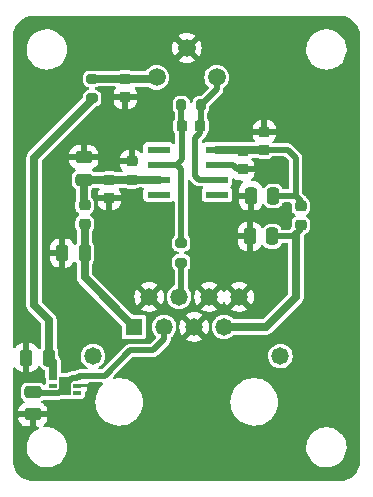
<source format=gtl>
%TF.GenerationSoftware,KiCad,Pcbnew,(6.0.4-0)*%
%TF.CreationDate,2022-07-19T19:10:53-04:00*%
%TF.ProjectId,PhotodiodeTIAVoltageReg,50686f74-6f64-4696-9f64-65544941566f,v01*%
%TF.SameCoordinates,Original*%
%TF.FileFunction,Copper,L1,Top*%
%TF.FilePolarity,Positive*%
%FSLAX46Y46*%
G04 Gerber Fmt 4.6, Leading zero omitted, Abs format (unit mm)*
G04 Created by KiCad (PCBNEW (6.0.4-0)) date 2022-07-19 19:10:53*
%MOMM*%
%LPD*%
G01*
G04 APERTURE LIST*
G04 Aperture macros list*
%AMRoundRect*
0 Rectangle with rounded corners*
0 $1 Rounding radius*
0 $2 $3 $4 $5 $6 $7 $8 $9 X,Y pos of 4 corners*
0 Add a 4 corners polygon primitive as box body*
4,1,4,$2,$3,$4,$5,$6,$7,$8,$9,$2,$3,0*
0 Add four circle primitives for the rounded corners*
1,1,$1+$1,$2,$3*
1,1,$1+$1,$4,$5*
1,1,$1+$1,$6,$7*
1,1,$1+$1,$8,$9*
0 Add four rect primitives between the rounded corners*
20,1,$1+$1,$2,$3,$4,$5,0*
20,1,$1+$1,$4,$5,$6,$7,0*
20,1,$1+$1,$6,$7,$8,$9,0*
20,1,$1+$1,$8,$9,$2,$3,0*%
G04 Aperture macros list end*
%TA.AperFunction,ComponentPad*%
%ADD10R,1.478000X1.478000*%
%TD*%
%TA.AperFunction,ComponentPad*%
%ADD11C,1.478000*%
%TD*%
%TA.AperFunction,SMDPad,CuDef*%
%ADD12R,1.970000X0.600000*%
%TD*%
%TA.AperFunction,SMDPad,CuDef*%
%ADD13RoundRect,0.250000X0.475000X-0.250000X0.475000X0.250000X-0.475000X0.250000X-0.475000X-0.250000X0*%
%TD*%
%TA.AperFunction,SMDPad,CuDef*%
%ADD14RoundRect,0.225000X0.250000X-0.225000X0.250000X0.225000X-0.250000X0.225000X-0.250000X-0.225000X0*%
%TD*%
%TA.AperFunction,SMDPad,CuDef*%
%ADD15RoundRect,0.200000X-0.200000X-0.275000X0.200000X-0.275000X0.200000X0.275000X-0.200000X0.275000X0*%
%TD*%
%TA.AperFunction,SMDPad,CuDef*%
%ADD16RoundRect,0.200000X-0.275000X0.200000X-0.275000X-0.200000X0.275000X-0.200000X0.275000X0.200000X0*%
%TD*%
%TA.AperFunction,SMDPad,CuDef*%
%ADD17RoundRect,0.225000X-0.250000X0.225000X-0.250000X-0.225000X0.250000X-0.225000X0.250000X0.225000X0*%
%TD*%
%TA.AperFunction,SMDPad,CuDef*%
%ADD18RoundRect,0.225000X0.225000X0.250000X-0.225000X0.250000X-0.225000X-0.250000X0.225000X-0.250000X0*%
%TD*%
%TA.AperFunction,SMDPad,CuDef*%
%ADD19RoundRect,0.200000X0.275000X-0.200000X0.275000X0.200000X-0.275000X0.200000X-0.275000X-0.200000X0*%
%TD*%
%TA.AperFunction,SMDPad,CuDef*%
%ADD20RoundRect,0.218750X0.256250X-0.218750X0.256250X0.218750X-0.256250X0.218750X-0.256250X-0.218750X0*%
%TD*%
%TA.AperFunction,SMDPad,CuDef*%
%ADD21RoundRect,0.250000X-0.250000X-0.475000X0.250000X-0.475000X0.250000X0.475000X-0.250000X0.475000X0*%
%TD*%
%TA.AperFunction,SMDPad,CuDef*%
%ADD22RoundRect,0.250000X0.250000X0.475000X-0.250000X0.475000X-0.250000X-0.475000X0.250000X-0.475000X0*%
%TD*%
%TA.AperFunction,SMDPad,CuDef*%
%ADD23RoundRect,0.025600X0.304400X-0.134400X0.304400X0.134400X-0.304400X0.134400X-0.304400X-0.134400X0*%
%TD*%
%TA.AperFunction,SMDPad,CuDef*%
%ADD24R,1.000000X1.600000*%
%TD*%
%TA.AperFunction,ComponentPad*%
%ADD25C,1.500000*%
%TD*%
%TA.AperFunction,ViaPad*%
%ADD26C,0.800000*%
%TD*%
%TA.AperFunction,Conductor*%
%ADD27C,0.500000*%
%TD*%
%TA.AperFunction,Conductor*%
%ADD28C,0.700000*%
%TD*%
G04 APERTURE END LIST*
D10*
%TO.P,J1,1*%
%TO.N,V+*%
X110555000Y-86655000D03*
D11*
%TO.P,J1,2*%
%TO.N,GND*%
X111825000Y-84115000D03*
%TO.P,J1,3*%
%TO.N,Vbias*%
X113095000Y-86655000D03*
%TO.P,J1,4*%
%TO.N,Vout*%
X114365000Y-84115000D03*
%TO.P,J1,5*%
%TO.N,GND*%
X115635000Y-86655000D03*
%TO.P,J1,6*%
X116905000Y-84115000D03*
%TO.P,J1,7*%
%TO.N,V-*%
X118175000Y-86655000D03*
%TO.P,J1,8*%
%TO.N,GND*%
X119445000Y-84115000D03*
%TO.P,J1,SH1*%
%TO.N,unconnected-(J1-PadSH1)*%
X107065000Y-89115000D03*
%TO.P,J1,SH2*%
%TO.N,unconnected-(J1-PadSH2)*%
X122935000Y-89115000D03*
%TD*%
D12*
%TO.P,U2,1*%
%TO.N,N/C*%
X117570000Y-75445000D03*
%TO.P,U2,2,NEG*%
%TO.N,Net-(C5-Pad1)*%
X117570000Y-74175000D03*
%TO.P,U2,3,POS*%
%TO.N,GND*%
X117570000Y-72905000D03*
%TO.P,U2,4,-VS*%
%TO.N,Net-(C3-Pad2)*%
X117570000Y-71635000D03*
%TO.P,U2,5*%
%TO.N,N/C*%
X112630000Y-71635000D03*
%TO.P,U2,6,OUTPUT*%
%TO.N,Net-(C5-Pad2)*%
X112630000Y-72905000D03*
%TO.P,U2,7,+VS*%
%TO.N,Net-(C1-Pad1)*%
X112630000Y-74175000D03*
%TO.P,U2,8*%
%TO.N,N/C*%
X112630000Y-75445000D03*
%TD*%
D13*
%TO.P,C1,1*%
%TO.N,Net-(C1-Pad1)*%
X106290000Y-74190000D03*
%TO.P,C1,2*%
%TO.N,GND*%
X106290000Y-72290000D03*
%TD*%
D14*
%TO.P,C2,1*%
%TO.N,Net-(C1-Pad1)*%
X110350000Y-74185000D03*
%TO.P,C2,2*%
%TO.N,GND*%
X110350000Y-72635000D03*
%TD*%
D15*
%TO.P,R1,1*%
%TO.N,Net-(C5-Pad2)*%
X114555000Y-67880000D03*
%TO.P,R1,2*%
%TO.N,Net-(C5-Pad1)*%
X116205000Y-67880000D03*
%TD*%
D16*
%TO.P,R2,1*%
%TO.N,Net-(C6-Pad1)*%
X106990000Y-65645000D03*
%TO.P,R2,2*%
%TO.N,Net-(R2-Pad2)*%
X106990000Y-67295000D03*
%TD*%
D17*
%TO.P,C4,1*%
%TO.N,Net-(C3-Pad2)*%
X119770000Y-71745000D03*
%TO.P,C4,2*%
%TO.N,GND*%
X119770000Y-73295000D03*
%TD*%
D18*
%TO.P,C5,1*%
%TO.N,Net-(C5-Pad1)*%
X116155000Y-69630000D03*
%TO.P,C5,2*%
%TO.N,Net-(C5-Pad2)*%
X114605000Y-69630000D03*
%TD*%
D19*
%TO.P,R3,1*%
%TO.N,Vout*%
X114540000Y-81205000D03*
%TO.P,R3,2*%
%TO.N,Net-(C5-Pad2)*%
X114540000Y-79555000D03*
%TD*%
D17*
%TO.P,C8,1*%
%TO.N,Net-(C1-Pad1)*%
X108440000Y-74225000D03*
%TO.P,C8,2*%
%TO.N,GND*%
X108440000Y-75775000D03*
%TD*%
D14*
%TO.P,C9,1*%
%TO.N,Net-(C3-Pad2)*%
X121570000Y-71665000D03*
%TO.P,C9,2*%
%TO.N,GND*%
X121570000Y-70115000D03*
%TD*%
D20*
%TO.P,L1,1,1*%
%TO.N,V+*%
X106360000Y-77917500D03*
%TO.P,L1,2,2*%
%TO.N,Net-(C1-Pad1)*%
X106360000Y-76342500D03*
%TD*%
D17*
%TO.P,C6,1*%
%TO.N,Net-(C6-Pad1)*%
X109790000Y-65675000D03*
%TO.P,C6,2*%
%TO.N,GND*%
X109790000Y-67225000D03*
%TD*%
D21*
%TO.P,C3,1*%
%TO.N,GND*%
X120430000Y-75560000D03*
%TO.P,C3,2*%
%TO.N,Net-(C3-Pad2)*%
X122330000Y-75560000D03*
%TD*%
%TO.P,C10,1*%
%TO.N,GND*%
X120340000Y-78990000D03*
%TO.P,C10,2*%
%TO.N,V-*%
X122240000Y-78990000D03*
%TD*%
D20*
%TO.P,L2,1,1*%
%TO.N,V-*%
X124660000Y-78020000D03*
%TO.P,L2,2,2*%
%TO.N,Net-(C3-Pad2)*%
X124660000Y-76445000D03*
%TD*%
D22*
%TO.P,C7,1*%
%TO.N,V+*%
X106360000Y-80390000D03*
%TO.P,C7,2*%
%TO.N,GND*%
X104460000Y-80390000D03*
%TD*%
D23*
%TO.P,U3,1,VOUT*%
%TO.N,Net-(R2-Pad2)*%
X103694200Y-90967800D03*
%TO.P,U3,2,ADJ*%
%TO.N,NC*%
X103694200Y-91617800D03*
%TO.P,U3,3,EN*%
%TO.N,Vbias*%
X103694200Y-92267800D03*
%TO.P,U3,4*%
%TO.N,N/C*%
X105754200Y-92267800D03*
%TO.P,U3,5,GND*%
%TO.N,GND*%
X105754200Y-91617800D03*
%TO.P,U3,6,VIN*%
%TO.N,Vbias*%
X105754200Y-90967800D03*
D24*
%TO.P,U3,7,EXP*%
X104724200Y-91617800D03*
%TD*%
D21*
%TO.P,C12,1*%
%TO.N,GND*%
X101437400Y-89255600D03*
%TO.P,C12,2*%
%TO.N,Net-(R2-Pad2)*%
X103337400Y-89255600D03*
%TD*%
D13*
%TO.P,C11,1*%
%TO.N,GND*%
X101981000Y-94066400D03*
%TO.P,C11,2*%
%TO.N,Vbias*%
X101981000Y-92166400D03*
%TD*%
D25*
%TO.P,U1,1,+*%
%TO.N,Net-(C6-Pad1)*%
X112450000Y-65532000D03*
%TO.P,U1,2,GND*%
%TO.N,GND*%
X115000000Y-63032000D03*
%TO.P,U1,3,-*%
%TO.N,Net-(C5-Pad1)*%
X117550000Y-65532000D03*
%TD*%
D26*
%TO.N,GND*%
X104749600Y-88036400D03*
X110300000Y-71250000D03*
X127310000Y-81480000D03*
X109770000Y-62560000D03*
X127440000Y-71880000D03*
X119030000Y-76960000D03*
X121110000Y-73330000D03*
X103590000Y-78900000D03*
X109830000Y-68700000D03*
X118830000Y-79040000D03*
X106210000Y-70780000D03*
X115380000Y-90200000D03*
X109080000Y-96870000D03*
X120930000Y-97040000D03*
X121510000Y-68700000D03*
X108420000Y-77160000D03*
X120580000Y-82210000D03*
X103581200Y-94157800D03*
X102430000Y-68160000D03*
X125510000Y-68100000D03*
%TD*%
D27*
%TO.N,GND*%
X119770000Y-73295000D02*
X119295000Y-73295000D01*
X119295000Y-73295000D02*
X118905000Y-72905000D01*
X118905000Y-72905000D02*
X117570000Y-72905000D01*
D28*
%TO.N,V+*%
X106360000Y-80390000D02*
X106360000Y-82460000D01*
X106360000Y-82460000D02*
X110555000Y-86655000D01*
X106360000Y-77917500D02*
X106360000Y-80390000D01*
D27*
%TO.N,V-*%
X124020000Y-78990000D02*
X122240000Y-78990000D01*
D28*
X118175000Y-86655000D02*
X121735000Y-86655000D01*
D27*
X124660000Y-78350000D02*
X124255000Y-78755000D01*
D28*
X124255000Y-84135000D02*
X124255000Y-78755000D01*
D27*
X124660000Y-78020000D02*
X124660000Y-78350000D01*
D28*
X121735000Y-86655000D02*
X124255000Y-84135000D01*
D27*
X124255000Y-78755000D02*
X124020000Y-78990000D01*
%TO.N,Vout*%
X114540000Y-83940000D02*
X114365000Y-84115000D01*
X114540000Y-81205000D02*
X114540000Y-83940000D01*
D28*
%TO.N,Net-(R2-Pad2)*%
X107030000Y-67335000D02*
X106990000Y-67295000D01*
X102082600Y-72313800D02*
X106990000Y-67406400D01*
X103337400Y-89255600D02*
X103674689Y-89592889D01*
X106990000Y-67406400D02*
X106990000Y-67295000D01*
X102082600Y-84810600D02*
X102082600Y-72313800D01*
X103674689Y-89592889D02*
X103674689Y-90805000D01*
X103337400Y-86065400D02*
X102082600Y-84810600D01*
X103337400Y-89255600D02*
X103337400Y-86065400D01*
D27*
%TO.N,Net-(C5-Pad1)*%
X116155000Y-70234998D02*
X115734999Y-70654999D01*
X116205000Y-69580000D02*
X116155000Y-69630000D01*
X115734999Y-73885001D02*
X116024998Y-74175000D01*
X115734999Y-70654999D02*
X115734999Y-73885001D01*
X116155000Y-69630000D02*
X116155000Y-70234998D01*
X116205000Y-67880000D02*
X116205000Y-69580000D01*
X117550000Y-66535000D02*
X116205000Y-67880000D01*
X117550000Y-65532000D02*
X117550000Y-66535000D01*
D28*
X117563000Y-65519000D02*
X117550000Y-65532000D01*
D27*
X116024998Y-74175000D02*
X117570000Y-74175000D01*
D28*
%TO.N,Net-(C6-Pad1)*%
X112307000Y-65675000D02*
X112450000Y-65532000D01*
X106990000Y-65645000D02*
X109760000Y-65645000D01*
X109790000Y-65675000D02*
X112307000Y-65675000D01*
X109760000Y-65645000D02*
X109790000Y-65675000D01*
D27*
%TO.N,Vbias*%
X104724200Y-91617800D02*
X104724200Y-91698521D01*
X103694200Y-92267800D02*
X102082400Y-92267800D01*
X104724200Y-91537079D02*
X104724200Y-91617800D01*
X105916521Y-90805479D02*
X108051121Y-90805479D01*
X112166400Y-88646000D02*
X113095000Y-87717400D01*
X108051121Y-90805479D02*
X110210600Y-88646000D01*
X105754200Y-90967800D02*
X105916521Y-90805479D01*
X102082400Y-92267800D02*
X101981000Y-92166400D01*
X105293479Y-90967800D02*
X104724200Y-91537079D01*
X104724200Y-91698521D02*
X104154921Y-92267800D01*
X110210600Y-88646000D02*
X112166400Y-88646000D01*
X113095000Y-87717400D02*
X113095000Y-86655000D01*
X105754200Y-90967800D02*
X105293479Y-90967800D01*
X104154921Y-92267800D02*
X103694200Y-92267800D01*
%TO.N,Net-(C5-Pad2)*%
X114540000Y-79555000D02*
X114540000Y-73269998D01*
X114175002Y-72905000D02*
X112630000Y-72905000D01*
X114605000Y-72475002D02*
X114175002Y-72905000D01*
X114540000Y-73269998D02*
X114175002Y-72905000D01*
X114555000Y-67880000D02*
X114555000Y-69580000D01*
X114605000Y-69630000D02*
X114605000Y-72475002D01*
X114555000Y-69580000D02*
X114605000Y-69630000D01*
D28*
%TO.N,Net-(C1-Pad1)*%
X112620000Y-74185000D02*
X112630000Y-74175000D01*
X106290000Y-76272500D02*
X106360000Y-76342500D01*
X108440000Y-74225000D02*
X106325000Y-74225000D01*
X110350000Y-74185000D02*
X112620000Y-74185000D01*
X106325000Y-74225000D02*
X106290000Y-74190000D01*
X108440000Y-74225000D02*
X110310000Y-74225000D01*
X110310000Y-74225000D02*
X110350000Y-74185000D01*
X108415000Y-74200000D02*
X108440000Y-74225000D01*
X106290000Y-74190000D02*
X106290000Y-76272500D01*
%TO.N,Net-(C3-Pad2)*%
X119660000Y-71635000D02*
X117570000Y-71635000D01*
D27*
X123555000Y-71665000D02*
X124250000Y-72360000D01*
D28*
X119770000Y-71745000D02*
X119660000Y-71635000D01*
D27*
X124250000Y-75560000D02*
X124660000Y-75970000D01*
D28*
X121615000Y-71710000D02*
X121570000Y-71665000D01*
D27*
X121570000Y-71665000D02*
X123555000Y-71665000D01*
X124660000Y-75970000D02*
X124660000Y-76445000D01*
X122330000Y-75560000D02*
X124250000Y-75560000D01*
X124250000Y-72360000D02*
X124250000Y-75560000D01*
D28*
X121570000Y-71665000D02*
X119850000Y-71665000D01*
X119850000Y-71665000D02*
X119770000Y-71745000D01*
%TD*%
%TA.AperFunction,Conductor*%
%TO.N,GND*%
G36*
X127984563Y-60302414D02*
G01*
X127989145Y-60303222D01*
X128000000Y-60305136D01*
X128010855Y-60303222D01*
X128021878Y-60303222D01*
X128021878Y-60303587D01*
X128034236Y-60302949D01*
X128130210Y-60309813D01*
X128232881Y-60317156D01*
X128250669Y-60319713D01*
X128418867Y-60356303D01*
X128469996Y-60367426D01*
X128487245Y-60372490D01*
X128697560Y-60450933D01*
X128713906Y-60458398D01*
X128910913Y-60565973D01*
X128926033Y-60575690D01*
X129105725Y-60710206D01*
X129119311Y-60721979D01*
X129278021Y-60880689D01*
X129289794Y-60894275D01*
X129424310Y-61073967D01*
X129434029Y-61089090D01*
X129541600Y-61286090D01*
X129549069Y-61302444D01*
X129627510Y-61512756D01*
X129632574Y-61530004D01*
X129674385Y-61722199D01*
X129680286Y-61749327D01*
X129682845Y-61767123D01*
X129697051Y-61965764D01*
X129696413Y-61978122D01*
X129696778Y-61978122D01*
X129696778Y-61989145D01*
X129694864Y-62000000D01*
X129696778Y-62010855D01*
X129697586Y-62015437D01*
X129699500Y-62037317D01*
X129699500Y-97962683D01*
X129697586Y-97984563D01*
X129694864Y-98000000D01*
X129696778Y-98010855D01*
X129696778Y-98021878D01*
X129696413Y-98021878D01*
X129697051Y-98034236D01*
X129682845Y-98232877D01*
X129680287Y-98250669D01*
X129657713Y-98354436D01*
X129632574Y-98469996D01*
X129627510Y-98487244D01*
X129549069Y-98697556D01*
X129541600Y-98713910D01*
X129434029Y-98910910D01*
X129424310Y-98926033D01*
X129289794Y-99105725D01*
X129278021Y-99119311D01*
X129119311Y-99278021D01*
X129105725Y-99289794D01*
X128926033Y-99424310D01*
X128910913Y-99434027D01*
X128713906Y-99541602D01*
X128697560Y-99549067D01*
X128527627Y-99612448D01*
X128487244Y-99627510D01*
X128469995Y-99632574D01*
X128250669Y-99680287D01*
X128232881Y-99682844D01*
X128130210Y-99690187D01*
X128034236Y-99697051D01*
X128021878Y-99696413D01*
X128021878Y-99696778D01*
X128010855Y-99696778D01*
X128000000Y-99694864D01*
X127989145Y-99696778D01*
X127984563Y-99697586D01*
X127962683Y-99699500D01*
X102037317Y-99699500D01*
X102015437Y-99697586D01*
X102010855Y-99696778D01*
X102000000Y-99694864D01*
X101989145Y-99696778D01*
X101978122Y-99696778D01*
X101978122Y-99696413D01*
X101965764Y-99697051D01*
X101869790Y-99690187D01*
X101767119Y-99682844D01*
X101749331Y-99680287D01*
X101530005Y-99632574D01*
X101512756Y-99627510D01*
X101472373Y-99612448D01*
X101302440Y-99549067D01*
X101286094Y-99541602D01*
X101089087Y-99434027D01*
X101073967Y-99424310D01*
X100894275Y-99289794D01*
X100880689Y-99278021D01*
X100721979Y-99119311D01*
X100710206Y-99105725D01*
X100575690Y-98926033D01*
X100565971Y-98910910D01*
X100458400Y-98713910D01*
X100450931Y-98697556D01*
X100372490Y-98487244D01*
X100367426Y-98469996D01*
X100342287Y-98354436D01*
X100319713Y-98250669D01*
X100317155Y-98232877D01*
X100302949Y-98034236D01*
X100303587Y-98021878D01*
X100303222Y-98021878D01*
X100303222Y-98010855D01*
X100305136Y-98000000D01*
X100302414Y-97984563D01*
X100300500Y-97962683D01*
X100300500Y-96795361D01*
X101455316Y-96795361D01*
X101456078Y-96811218D01*
X101467443Y-97047820D01*
X101516752Y-97295713D01*
X101518331Y-97300111D01*
X101518333Y-97300118D01*
X101576729Y-97462764D01*
X101602160Y-97533595D01*
X101721792Y-97756240D01*
X101724587Y-97759984D01*
X101724589Y-97759986D01*
X101870226Y-97955018D01*
X101870231Y-97955024D01*
X101873018Y-97958756D01*
X101876327Y-97962036D01*
X101876332Y-97962042D01*
X102049200Y-98133408D01*
X102052517Y-98136696D01*
X102056279Y-98139454D01*
X102056282Y-98139457D01*
X102207963Y-98250673D01*
X102256346Y-98286149D01*
X102260481Y-98288325D01*
X102260485Y-98288327D01*
X102377952Y-98350129D01*
X102480026Y-98403833D01*
X102718644Y-98487162D01*
X102723237Y-98488034D01*
X102962369Y-98533435D01*
X102962372Y-98533435D01*
X102966958Y-98534306D01*
X103087081Y-98539026D01*
X103214845Y-98544046D01*
X103214850Y-98544046D01*
X103219513Y-98544229D01*
X103297657Y-98535671D01*
X103466107Y-98517223D01*
X103466112Y-98517222D01*
X103470760Y-98516713D01*
X103579692Y-98488034D01*
X103710658Y-98453554D01*
X103710661Y-98453553D01*
X103715181Y-98452363D01*
X103947405Y-98352591D01*
X104054774Y-98286149D01*
X104158358Y-98222050D01*
X104158362Y-98222047D01*
X104162331Y-98219591D01*
X104256989Y-98139457D01*
X104351672Y-98059302D01*
X104351673Y-98059301D01*
X104355238Y-98056283D01*
X104427655Y-97973708D01*
X104518806Y-97869771D01*
X104518810Y-97869766D01*
X104521888Y-97866256D01*
X104535919Y-97844443D01*
X104656094Y-97657610D01*
X104656096Y-97657607D01*
X104658619Y-97653684D01*
X104762428Y-97423236D01*
X104831034Y-97179976D01*
X104847263Y-97052408D01*
X104862533Y-96932378D01*
X104862533Y-96932372D01*
X104862931Y-96929247D01*
X104865268Y-96840000D01*
X104861951Y-96795361D01*
X125135316Y-96795361D01*
X125136078Y-96811218D01*
X125147443Y-97047820D01*
X125196752Y-97295713D01*
X125198331Y-97300111D01*
X125198333Y-97300118D01*
X125256729Y-97462764D01*
X125282160Y-97533595D01*
X125401792Y-97756240D01*
X125404587Y-97759984D01*
X125404589Y-97759986D01*
X125550226Y-97955018D01*
X125550231Y-97955024D01*
X125553018Y-97958756D01*
X125556327Y-97962036D01*
X125556332Y-97962042D01*
X125729200Y-98133408D01*
X125732517Y-98136696D01*
X125736279Y-98139454D01*
X125736282Y-98139457D01*
X125887963Y-98250673D01*
X125936346Y-98286149D01*
X125940481Y-98288325D01*
X125940485Y-98288327D01*
X126057952Y-98350129D01*
X126160026Y-98403833D01*
X126398644Y-98487162D01*
X126403237Y-98488034D01*
X126642369Y-98533435D01*
X126642372Y-98533435D01*
X126646958Y-98534306D01*
X126767081Y-98539026D01*
X126894845Y-98544046D01*
X126894850Y-98544046D01*
X126899513Y-98544229D01*
X126977657Y-98535671D01*
X127146107Y-98517223D01*
X127146112Y-98517222D01*
X127150760Y-98516713D01*
X127259692Y-98488034D01*
X127390658Y-98453554D01*
X127390661Y-98453553D01*
X127395181Y-98452363D01*
X127627405Y-98352591D01*
X127734774Y-98286149D01*
X127838358Y-98222050D01*
X127838362Y-98222047D01*
X127842331Y-98219591D01*
X127936989Y-98139457D01*
X128031672Y-98059302D01*
X128031673Y-98059301D01*
X128035238Y-98056283D01*
X128107655Y-97973708D01*
X128198806Y-97869771D01*
X128198810Y-97869766D01*
X128201888Y-97866256D01*
X128215919Y-97844443D01*
X128336094Y-97657610D01*
X128336096Y-97657607D01*
X128338619Y-97653684D01*
X128442428Y-97423236D01*
X128511034Y-97179976D01*
X128527263Y-97052408D01*
X128542533Y-96932378D01*
X128542533Y-96932372D01*
X128542931Y-96929247D01*
X128545268Y-96840000D01*
X128526537Y-96587945D01*
X128470756Y-96341428D01*
X128452544Y-96294596D01*
X128380843Y-96110216D01*
X128380842Y-96110214D01*
X128379150Y-96105863D01*
X128253731Y-95886426D01*
X128143440Y-95746523D01*
X128100147Y-95691606D01*
X128100144Y-95691603D01*
X128097255Y-95687938D01*
X127913160Y-95514758D01*
X127705489Y-95370691D01*
X127701296Y-95368623D01*
X127482993Y-95260968D01*
X127482990Y-95260967D01*
X127478805Y-95258903D01*
X127434379Y-95244682D01*
X127352057Y-95218331D01*
X127238087Y-95181849D01*
X127233480Y-95181099D01*
X127233477Y-95181098D01*
X126993235Y-95141972D01*
X126993236Y-95141972D01*
X126988624Y-95141221D01*
X126866026Y-95139616D01*
X126740573Y-95137974D01*
X126740570Y-95137974D01*
X126735896Y-95137913D01*
X126485455Y-95171996D01*
X126480965Y-95173305D01*
X126480959Y-95173306D01*
X126377851Y-95203360D01*
X126242803Y-95242723D01*
X126238556Y-95244681D01*
X126238553Y-95244682D01*
X126203226Y-95260968D01*
X126013270Y-95348539D01*
X126009361Y-95351102D01*
X125805812Y-95484554D01*
X125805807Y-95484558D01*
X125801899Y-95487120D01*
X125613333Y-95655421D01*
X125451715Y-95849746D01*
X125320595Y-96065825D01*
X125318786Y-96070139D01*
X125318785Y-96070141D01*
X125303806Y-96105863D01*
X125222854Y-96298911D01*
X125160639Y-96543883D01*
X125135316Y-96795361D01*
X104861951Y-96795361D01*
X104846537Y-96587945D01*
X104790756Y-96341428D01*
X104772544Y-96294596D01*
X104700843Y-96110216D01*
X104700842Y-96110214D01*
X104699150Y-96105863D01*
X104573731Y-95886426D01*
X104463440Y-95746523D01*
X104420147Y-95691606D01*
X104420144Y-95691603D01*
X104417255Y-95687938D01*
X104233160Y-95514758D01*
X104025489Y-95370691D01*
X104021296Y-95368623D01*
X103802993Y-95260968D01*
X103802990Y-95260967D01*
X103798805Y-95258903D01*
X103754379Y-95244682D01*
X103672057Y-95218331D01*
X103558087Y-95181849D01*
X103553480Y-95181099D01*
X103553477Y-95181098D01*
X103313235Y-95141972D01*
X103313236Y-95141972D01*
X103308624Y-95141221D01*
X103186026Y-95139616D01*
X103060573Y-95137974D01*
X103060570Y-95137974D01*
X103055896Y-95137913D01*
X103017547Y-95143132D01*
X102947353Y-95132499D01*
X102894049Y-95085603D01*
X102874561Y-95017334D01*
X102895075Y-94949366D01*
X102922294Y-94919536D01*
X102935209Y-94909301D01*
X103049739Y-94794571D01*
X103058751Y-94783160D01*
X103143816Y-94645157D01*
X103149963Y-94631976D01*
X103201138Y-94477690D01*
X103204005Y-94464314D01*
X103213672Y-94369962D01*
X103214000Y-94363546D01*
X103214000Y-94338515D01*
X103209525Y-94323276D01*
X103208135Y-94322071D01*
X103200452Y-94320400D01*
X102253115Y-94320400D01*
X102237876Y-94324875D01*
X102236671Y-94326265D01*
X102235000Y-94333948D01*
X102235000Y-95056284D01*
X102239475Y-95071523D01*
X102240865Y-95072728D01*
X102248548Y-95074399D01*
X102353650Y-95074399D01*
X102421771Y-95094401D01*
X102468264Y-95148057D01*
X102478368Y-95218331D01*
X102448874Y-95282911D01*
X102406401Y-95314825D01*
X102333270Y-95348539D01*
X102329361Y-95351102D01*
X102125812Y-95484554D01*
X102125807Y-95484558D01*
X102121899Y-95487120D01*
X101933333Y-95655421D01*
X101771715Y-95849746D01*
X101640595Y-96065825D01*
X101638786Y-96070139D01*
X101638785Y-96070141D01*
X101623806Y-96105863D01*
X101542854Y-96298911D01*
X101480639Y-96543883D01*
X101455316Y-96795361D01*
X100300500Y-96795361D01*
X100300500Y-94363495D01*
X100748001Y-94363495D01*
X100748338Y-94370014D01*
X100758257Y-94465606D01*
X100761149Y-94479000D01*
X100812588Y-94633184D01*
X100818761Y-94646362D01*
X100904063Y-94784207D01*
X100913099Y-94795608D01*
X101027829Y-94910139D01*
X101039240Y-94919151D01*
X101177243Y-95004216D01*
X101190424Y-95010363D01*
X101344710Y-95061538D01*
X101358086Y-95064405D01*
X101452438Y-95074072D01*
X101458854Y-95074400D01*
X101708885Y-95074400D01*
X101724124Y-95069925D01*
X101725329Y-95068535D01*
X101727000Y-95060852D01*
X101727000Y-94338515D01*
X101722525Y-94323276D01*
X101721135Y-94322071D01*
X101713452Y-94320400D01*
X100766116Y-94320400D01*
X100750877Y-94324875D01*
X100749672Y-94326265D01*
X100748001Y-94333948D01*
X100748001Y-94363495D01*
X100300500Y-94363495D01*
X100300500Y-93794285D01*
X100748000Y-93794285D01*
X100752475Y-93809524D01*
X100753865Y-93810729D01*
X100761548Y-93812400D01*
X103195884Y-93812400D01*
X103211123Y-93807925D01*
X103212328Y-93806535D01*
X103213999Y-93798852D01*
X103213999Y-93769305D01*
X103213662Y-93762786D01*
X103203743Y-93667194D01*
X103200851Y-93653800D01*
X103149412Y-93499616D01*
X103143239Y-93486438D01*
X103057937Y-93348593D01*
X103048901Y-93337192D01*
X102934171Y-93222661D01*
X102922760Y-93213649D01*
X102784757Y-93128584D01*
X102771574Y-93122436D01*
X102765402Y-93120389D01*
X102707042Y-93079959D01*
X102679805Y-93014394D01*
X102692338Y-92944513D01*
X102728889Y-92900434D01*
X102803319Y-92843938D01*
X102869672Y-92818684D01*
X102879499Y-92818300D01*
X104139928Y-92818300D01*
X104145205Y-92818411D01*
X104207215Y-92821010D01*
X104218769Y-92818300D01*
X104249583Y-92811073D01*
X104261254Y-92808910D01*
X104276150Y-92806869D01*
X104304353Y-92803006D01*
X104318151Y-92797035D01*
X104339420Y-92790001D01*
X104345696Y-92788529D01*
X104354057Y-92786568D01*
X104361582Y-92782431D01*
X104361585Y-92782430D01*
X104392189Y-92765605D01*
X104402834Y-92760389D01*
X104442776Y-92743105D01*
X104449453Y-92737698D01*
X104451392Y-92736524D01*
X104516663Y-92718300D01*
X105268846Y-92718300D01*
X105272550Y-92717859D01*
X105272553Y-92717859D01*
X105295046Y-92715182D01*
X105295238Y-92716791D01*
X105352823Y-92717235D01*
X105355363Y-92717975D01*
X105364097Y-92722048D01*
X105411586Y-92728300D01*
X106096814Y-92728300D01*
X106100901Y-92727762D01*
X106134744Y-92723307D01*
X106134747Y-92723306D01*
X106144303Y-92722048D01*
X106153038Y-92717975D01*
X106153041Y-92717974D01*
X106238536Y-92678107D01*
X106238537Y-92678106D01*
X106248529Y-92673447D01*
X106329847Y-92592129D01*
X106349983Y-92548947D01*
X106374374Y-92496641D01*
X106374375Y-92496638D01*
X106378448Y-92487903D01*
X106379706Y-92478347D01*
X106379707Y-92478344D01*
X106384162Y-92444501D01*
X106384162Y-92444500D01*
X106384700Y-92440414D01*
X106384700Y-92237172D01*
X106404702Y-92169051D01*
X106427075Y-92144859D01*
X106426544Y-92144328D01*
X106444651Y-92126221D01*
X106522659Y-92023449D01*
X106531012Y-92008624D01*
X106578690Y-91888202D01*
X106582641Y-91872644D01*
X106591744Y-91797422D01*
X106591897Y-91794885D01*
X106587725Y-91780676D01*
X106586335Y-91779471D01*
X106578652Y-91777800D01*
X105720200Y-91777800D01*
X105652079Y-91757798D01*
X105605586Y-91704142D01*
X105594200Y-91651800D01*
X105594200Y-91644300D01*
X105614202Y-91576179D01*
X105667858Y-91529686D01*
X105720200Y-91518300D01*
X105739207Y-91518300D01*
X105744484Y-91518411D01*
X105806494Y-91521010D01*
X105818091Y-91518290D01*
X105848862Y-91511073D01*
X105860533Y-91508910D01*
X105875429Y-91506869D01*
X105903632Y-91503006D01*
X105917430Y-91497035D01*
X105938699Y-91490001D01*
X105944975Y-91488529D01*
X105953336Y-91486568D01*
X105977317Y-91473384D01*
X106038016Y-91457800D01*
X106574084Y-91457800D01*
X106589323Y-91453325D01*
X106593426Y-91448590D01*
X106623842Y-91392885D01*
X106686154Y-91358859D01*
X106712939Y-91355979D01*
X107800764Y-91355979D01*
X107868885Y-91375981D01*
X107915378Y-91429637D01*
X107925482Y-91499911D01*
X107895988Y-91564491D01*
X107889157Y-91571771D01*
X107780570Y-91678666D01*
X107777869Y-91682206D01*
X107777863Y-91682212D01*
X107611398Y-91900333D01*
X107608696Y-91903874D01*
X107606521Y-91907758D01*
X107473739Y-92144859D01*
X107470270Y-92151053D01*
X107468662Y-92155211D01*
X107468659Y-92155216D01*
X107436953Y-92237172D01*
X107368052Y-92415270D01*
X107367048Y-92419602D01*
X107367047Y-92419605D01*
X107358754Y-92455383D01*
X107304082Y-92691253D01*
X107279637Y-92973497D01*
X107279881Y-92977932D01*
X107279881Y-92977936D01*
X107293396Y-93223499D01*
X107295205Y-93256370D01*
X107311488Y-93338229D01*
X107343590Y-93499616D01*
X107350474Y-93534226D01*
X107351950Y-93538429D01*
X107433028Y-93769305D01*
X107444342Y-93801524D01*
X107446395Y-93805477D01*
X107446398Y-93805483D01*
X107520360Y-93947865D01*
X107574936Y-94052928D01*
X107577519Y-94056543D01*
X107577523Y-94056549D01*
X107610176Y-94102242D01*
X107739651Y-94283424D01*
X107742729Y-94286651D01*
X107742731Y-94286653D01*
X107924971Y-94477690D01*
X107935199Y-94488412D01*
X108157680Y-94663801D01*
X108267927Y-94727837D01*
X108398807Y-94803859D01*
X108398813Y-94803862D01*
X108402654Y-94806093D01*
X108665232Y-94912448D01*
X108669545Y-94913519D01*
X108669550Y-94913521D01*
X108935856Y-94979672D01*
X108935861Y-94979673D01*
X108940177Y-94980745D01*
X108944605Y-94981199D01*
X108944607Y-94981199D01*
X109020307Y-94988955D01*
X109181790Y-95005500D01*
X109357170Y-95005500D01*
X109567593Y-94990601D01*
X109571948Y-94989663D01*
X109571951Y-94989663D01*
X109840200Y-94931911D01*
X109840202Y-94931911D01*
X109844547Y-94930975D01*
X110110337Y-94832920D01*
X110164197Y-94803859D01*
X110355744Y-94700506D01*
X110359660Y-94698393D01*
X110587540Y-94530078D01*
X110789430Y-94331334D01*
X110792131Y-94327794D01*
X110792137Y-94327788D01*
X110958602Y-94109667D01*
X110958605Y-94109663D01*
X110961304Y-94106126D01*
X111099730Y-93858947D01*
X111118385Y-93810729D01*
X111200341Y-93598885D01*
X111200343Y-93598879D01*
X111201948Y-93594730D01*
X111265918Y-93318747D01*
X111290363Y-93036503D01*
X111290119Y-93032064D01*
X111286896Y-92973497D01*
X118709637Y-92973497D01*
X118709881Y-92977932D01*
X118709881Y-92977936D01*
X118723396Y-93223499D01*
X118725205Y-93256370D01*
X118741488Y-93338229D01*
X118773590Y-93499616D01*
X118780474Y-93534226D01*
X118781950Y-93538429D01*
X118863028Y-93769305D01*
X118874342Y-93801524D01*
X118876395Y-93805477D01*
X118876398Y-93805483D01*
X118950360Y-93947865D01*
X119004936Y-94052928D01*
X119007519Y-94056543D01*
X119007523Y-94056549D01*
X119040176Y-94102242D01*
X119169651Y-94283424D01*
X119172729Y-94286651D01*
X119172731Y-94286653D01*
X119354971Y-94477690D01*
X119365199Y-94488412D01*
X119587680Y-94663801D01*
X119697927Y-94727837D01*
X119828807Y-94803859D01*
X119828813Y-94803862D01*
X119832654Y-94806093D01*
X120095232Y-94912448D01*
X120099545Y-94913519D01*
X120099550Y-94913521D01*
X120365856Y-94979672D01*
X120365861Y-94979673D01*
X120370177Y-94980745D01*
X120374605Y-94981199D01*
X120374607Y-94981199D01*
X120450307Y-94988955D01*
X120611790Y-95005500D01*
X120787170Y-95005500D01*
X120997593Y-94990601D01*
X121001948Y-94989663D01*
X121001951Y-94989663D01*
X121270200Y-94931911D01*
X121270202Y-94931911D01*
X121274547Y-94930975D01*
X121540337Y-94832920D01*
X121594197Y-94803859D01*
X121785744Y-94700506D01*
X121789660Y-94698393D01*
X122017540Y-94530078D01*
X122219430Y-94331334D01*
X122222131Y-94327794D01*
X122222137Y-94327788D01*
X122388602Y-94109667D01*
X122388605Y-94109663D01*
X122391304Y-94106126D01*
X122529730Y-93858947D01*
X122548385Y-93810729D01*
X122630341Y-93598885D01*
X122630343Y-93598879D01*
X122631948Y-93594730D01*
X122695918Y-93318747D01*
X122720363Y-93036503D01*
X122720119Y-93032064D01*
X122705040Y-92758073D01*
X122705039Y-92758066D01*
X122704795Y-92753630D01*
X122674222Y-92599927D01*
X122650396Y-92480146D01*
X122650395Y-92480141D01*
X122649526Y-92475774D01*
X122628279Y-92415270D01*
X122557136Y-92212684D01*
X122557135Y-92212681D01*
X122555658Y-92208476D01*
X122553605Y-92204523D01*
X122553602Y-92204517D01*
X122427116Y-91961023D01*
X122425064Y-91957072D01*
X122422481Y-91953457D01*
X122422477Y-91953451D01*
X122307026Y-91791894D01*
X122260349Y-91726576D01*
X122218028Y-91682212D01*
X122067876Y-91524811D01*
X122067873Y-91524808D01*
X122064801Y-91521588D01*
X121842320Y-91346199D01*
X121658712Y-91239551D01*
X121601193Y-91206141D01*
X121601187Y-91206138D01*
X121597346Y-91203907D01*
X121531113Y-91177080D01*
X121338894Y-91099223D01*
X121338891Y-91099222D01*
X121334768Y-91097552D01*
X121330455Y-91096481D01*
X121330450Y-91096479D01*
X121064144Y-91030328D01*
X121064139Y-91030327D01*
X121059823Y-91029255D01*
X121055395Y-91028801D01*
X121055393Y-91028801D01*
X120960552Y-91019084D01*
X120818210Y-91004500D01*
X120642830Y-91004500D01*
X120432407Y-91019399D01*
X120428052Y-91020337D01*
X120428049Y-91020337D01*
X120159800Y-91078089D01*
X120159798Y-91078089D01*
X120155453Y-91079025D01*
X119889663Y-91177080D01*
X119640340Y-91311607D01*
X119412460Y-91479922D01*
X119409281Y-91483051D01*
X119409278Y-91483054D01*
X119366860Y-91524811D01*
X119210570Y-91678666D01*
X119207869Y-91682206D01*
X119207863Y-91682212D01*
X119041398Y-91900333D01*
X119038696Y-91903874D01*
X119036521Y-91907758D01*
X118903739Y-92144859D01*
X118900270Y-92151053D01*
X118898662Y-92155211D01*
X118898659Y-92155216D01*
X118866953Y-92237172D01*
X118798052Y-92415270D01*
X118797048Y-92419602D01*
X118797047Y-92419605D01*
X118788754Y-92455383D01*
X118734082Y-92691253D01*
X118709637Y-92973497D01*
X111286896Y-92973497D01*
X111275040Y-92758073D01*
X111275039Y-92758066D01*
X111274795Y-92753630D01*
X111244222Y-92599927D01*
X111220396Y-92480146D01*
X111220395Y-92480141D01*
X111219526Y-92475774D01*
X111198279Y-92415270D01*
X111127136Y-92212684D01*
X111127135Y-92212681D01*
X111125658Y-92208476D01*
X111123605Y-92204523D01*
X111123602Y-92204517D01*
X110997116Y-91961023D01*
X110995064Y-91957072D01*
X110992481Y-91953457D01*
X110992477Y-91953451D01*
X110877026Y-91791894D01*
X110830349Y-91726576D01*
X110788028Y-91682212D01*
X110637876Y-91524811D01*
X110637873Y-91524808D01*
X110634801Y-91521588D01*
X110412320Y-91346199D01*
X110228712Y-91239551D01*
X110171193Y-91206141D01*
X110171187Y-91206138D01*
X110167346Y-91203907D01*
X110101113Y-91177080D01*
X109908894Y-91099223D01*
X109908891Y-91099222D01*
X109904768Y-91097552D01*
X109900455Y-91096481D01*
X109900450Y-91096479D01*
X109634144Y-91030328D01*
X109634139Y-91030327D01*
X109629823Y-91029255D01*
X109625395Y-91028801D01*
X109625393Y-91028801D01*
X109530552Y-91019084D01*
X109388210Y-91004500D01*
X109212830Y-91004500D01*
X109002407Y-91019399D01*
X108927481Y-91035530D01*
X108856678Y-91030313D01*
X108799933Y-90987645D01*
X108775265Y-90921072D01*
X108790505Y-90851730D01*
X108811868Y-90823257D01*
X110401720Y-89233405D01*
X110464032Y-89199379D01*
X110490815Y-89196500D01*
X112151407Y-89196500D01*
X112156684Y-89196611D01*
X112218694Y-89199210D01*
X112230248Y-89196500D01*
X112261062Y-89189273D01*
X112272733Y-89187110D01*
X112287629Y-89185069D01*
X112315832Y-89181206D01*
X112327560Y-89176131D01*
X112329630Y-89175235D01*
X112350899Y-89168201D01*
X112357175Y-89166729D01*
X112365536Y-89164768D01*
X112373061Y-89160631D01*
X112373064Y-89160630D01*
X112403668Y-89143805D01*
X112414313Y-89138589D01*
X112454255Y-89121305D01*
X112465941Y-89111842D01*
X112482946Y-89100416D01*
X121890572Y-89100416D01*
X121907630Y-89303558D01*
X121913970Y-89325667D01*
X121961184Y-89490320D01*
X121963821Y-89499517D01*
X122057003Y-89680830D01*
X122060828Y-89685656D01*
X122060830Y-89685659D01*
X122179799Y-89835762D01*
X122179804Y-89835767D01*
X122183628Y-89840592D01*
X122338873Y-89972715D01*
X122344251Y-89975721D01*
X122344253Y-89975722D01*
X122417240Y-90016513D01*
X122516823Y-90072168D01*
X122710703Y-90135163D01*
X122913125Y-90159301D01*
X122919260Y-90158829D01*
X122919262Y-90158829D01*
X123110239Y-90144134D01*
X123110243Y-90144133D01*
X123116381Y-90143661D01*
X123312728Y-90088840D01*
X123494687Y-89996926D01*
X123655328Y-89871419D01*
X123659354Y-89866755D01*
X123659357Y-89866752D01*
X123784503Y-89721769D01*
X123784504Y-89721767D01*
X123788532Y-89717101D01*
X123866026Y-89580688D01*
X123886180Y-89545212D01*
X123886182Y-89545207D01*
X123889226Y-89539849D01*
X123953573Y-89346414D01*
X123967603Y-89235357D01*
X123978681Y-89147668D01*
X123978682Y-89147659D01*
X123979123Y-89144165D01*
X123979530Y-89115000D01*
X123959637Y-88912116D01*
X123900716Y-88716961D01*
X123805011Y-88536966D01*
X123676168Y-88378988D01*
X123568083Y-88289572D01*
X123523844Y-88252974D01*
X123523840Y-88252972D01*
X123519094Y-88249045D01*
X123339772Y-88152086D01*
X123240095Y-88121231D01*
X123150919Y-88093626D01*
X123150916Y-88093625D01*
X123145032Y-88091804D01*
X123138907Y-88091160D01*
X123138906Y-88091160D01*
X122948420Y-88071139D01*
X122948419Y-88071139D01*
X122942292Y-88070495D01*
X122815340Y-88082049D01*
X122745416Y-88088412D01*
X122745415Y-88088412D01*
X122739275Y-88088971D01*
X122733361Y-88090712D01*
X122733359Y-88090712D01*
X122655536Y-88113617D01*
X122543712Y-88146529D01*
X122538247Y-88149386D01*
X122368514Y-88238120D01*
X122368510Y-88238123D01*
X122363054Y-88240975D01*
X122358254Y-88244835D01*
X122358253Y-88244835D01*
X122273730Y-88312793D01*
X122204181Y-88368712D01*
X122073144Y-88524875D01*
X121974936Y-88703516D01*
X121913295Y-88897830D01*
X121890572Y-89100416D01*
X112482946Y-89100416D01*
X112484526Y-89099354D01*
X112491918Y-89095290D01*
X112497708Y-89092107D01*
X112505822Y-89085103D01*
X112530358Y-89060567D01*
X112540159Y-89051742D01*
X112564792Y-89031794D01*
X112564793Y-89031793D01*
X112571470Y-89026386D01*
X112576443Y-89019388D01*
X112576448Y-89019383D01*
X112582368Y-89011052D01*
X112595979Y-88994946D01*
X113473655Y-88117270D01*
X113477464Y-88113617D01*
X113481802Y-88109628D01*
X113523156Y-88071601D01*
X113546087Y-88034617D01*
X113552810Y-88024835D01*
X113573918Y-87997026D01*
X113579112Y-87990183D01*
X113584646Y-87976204D01*
X113594707Y-87956201D01*
X113602635Y-87943414D01*
X113614775Y-87901628D01*
X113618621Y-87890395D01*
X113631473Y-87857935D01*
X113634636Y-87849947D01*
X113636208Y-87834992D01*
X113640520Y-87813017D01*
X113644715Y-87798575D01*
X113645500Y-87787885D01*
X113645500Y-87753183D01*
X113646190Y-87740013D01*
X113649503Y-87708488D01*
X113650401Y-87699946D01*
X113649947Y-87697263D01*
X114957291Y-87697263D01*
X114966585Y-87709277D01*
X115004614Y-87735906D01*
X115014102Y-87741383D01*
X115201883Y-87828946D01*
X115212187Y-87832696D01*
X115412319Y-87886322D01*
X115423114Y-87888225D01*
X115629525Y-87906284D01*
X115640475Y-87906284D01*
X115846886Y-87888225D01*
X115857681Y-87886322D01*
X116057813Y-87832696D01*
X116068117Y-87828946D01*
X116255898Y-87741383D01*
X116265386Y-87735906D01*
X116304250Y-87708692D01*
X116312625Y-87698215D01*
X116305558Y-87684769D01*
X115647811Y-87027021D01*
X115633868Y-87019408D01*
X115632034Y-87019539D01*
X115625420Y-87023790D01*
X114963718Y-87685493D01*
X114957291Y-87697263D01*
X113649947Y-87697263D01*
X113648969Y-87691481D01*
X113648969Y-87691472D01*
X113647265Y-87681400D01*
X113645500Y-87660387D01*
X113645500Y-87605558D01*
X113665502Y-87537437D01*
X113693926Y-87506269D01*
X113736518Y-87472992D01*
X113815328Y-87411419D01*
X113819354Y-87406755D01*
X113819357Y-87406752D01*
X113944503Y-87261769D01*
X113944504Y-87261767D01*
X113948532Y-87257101D01*
X114038996Y-87097857D01*
X114046180Y-87085212D01*
X114046182Y-87085207D01*
X114049226Y-87079849D01*
X114113573Y-86886414D01*
X114137090Y-86700255D01*
X114154262Y-86660883D01*
X114153774Y-86659954D01*
X114369283Y-86659954D01*
X114386488Y-86695982D01*
X114387617Y-86705066D01*
X114401775Y-86866886D01*
X114403678Y-86877681D01*
X114457305Y-87077818D01*
X114461051Y-87088111D01*
X114548618Y-87275900D01*
X114554096Y-87285386D01*
X114581308Y-87324249D01*
X114591786Y-87332625D01*
X114605230Y-87325559D01*
X115262979Y-86667811D01*
X115269356Y-86656132D01*
X115999408Y-86656132D01*
X115999539Y-86657966D01*
X116003790Y-86664580D01*
X116665493Y-87326282D01*
X116677263Y-87332709D01*
X116689277Y-87323414D01*
X116715904Y-87285386D01*
X116721382Y-87275900D01*
X116808949Y-87088111D01*
X116812695Y-87077818D01*
X116866322Y-86877681D01*
X116868226Y-86866885D01*
X116883697Y-86690044D01*
X116898993Y-86650941D01*
X116884281Y-86621210D01*
X116882860Y-86610390D01*
X116868226Y-86443115D01*
X116866322Y-86432319D01*
X116812695Y-86232182D01*
X116808949Y-86221889D01*
X116721382Y-86034100D01*
X116715904Y-86024614D01*
X116688692Y-85985751D01*
X116678214Y-85977375D01*
X116664770Y-85984441D01*
X116007021Y-86642189D01*
X115999408Y-86656132D01*
X115269356Y-86656132D01*
X115270592Y-86653868D01*
X115270461Y-86652034D01*
X115266210Y-86645420D01*
X114604507Y-85983718D01*
X114592737Y-85977291D01*
X114580723Y-85986586D01*
X114554096Y-86024614D01*
X114548618Y-86034100D01*
X114461051Y-86221889D01*
X114457305Y-86232182D01*
X114403678Y-86432319D01*
X114401775Y-86443114D01*
X114386699Y-86615430D01*
X114369283Y-86659954D01*
X114153774Y-86659954D01*
X114137648Y-86629275D01*
X114135779Y-86616744D01*
X114130299Y-86560853D01*
X114119637Y-86452116D01*
X114060716Y-86256961D01*
X113965011Y-86076966D01*
X113836168Y-85918988D01*
X113736473Y-85836513D01*
X113683844Y-85792974D01*
X113683840Y-85792972D01*
X113679094Y-85789045D01*
X113499772Y-85692086D01*
X113359427Y-85648642D01*
X113310919Y-85633626D01*
X113310916Y-85633625D01*
X113305032Y-85631804D01*
X113298907Y-85631160D01*
X113298906Y-85631160D01*
X113114576Y-85611786D01*
X114957375Y-85611786D01*
X114964441Y-85625230D01*
X115622189Y-86282979D01*
X115636132Y-86290592D01*
X115637966Y-86290461D01*
X115644580Y-86286210D01*
X116306282Y-85624507D01*
X116312709Y-85612737D01*
X116303415Y-85600723D01*
X116265386Y-85574094D01*
X116255898Y-85568617D01*
X116068117Y-85481054D01*
X116057813Y-85477304D01*
X115857681Y-85423678D01*
X115846886Y-85421775D01*
X115640475Y-85403716D01*
X115629525Y-85403716D01*
X115423114Y-85421775D01*
X115412319Y-85423678D01*
X115212182Y-85477305D01*
X115201889Y-85481051D01*
X115014100Y-85568618D01*
X115004614Y-85574096D01*
X114965751Y-85601308D01*
X114957375Y-85611786D01*
X113114576Y-85611786D01*
X113108420Y-85611139D01*
X113108419Y-85611139D01*
X113102292Y-85610495D01*
X112975340Y-85622049D01*
X112905416Y-85628412D01*
X112905415Y-85628412D01*
X112899275Y-85628971D01*
X112893361Y-85630712D01*
X112893359Y-85630712D01*
X112781838Y-85663535D01*
X112703712Y-85686529D01*
X112698247Y-85689386D01*
X112528514Y-85778120D01*
X112528510Y-85778123D01*
X112523054Y-85780975D01*
X112518254Y-85784835D01*
X112518253Y-85784835D01*
X112443231Y-85845154D01*
X112364181Y-85908712D01*
X112233144Y-86064875D01*
X112134936Y-86243516D01*
X112073295Y-86437830D01*
X112050572Y-86640416D01*
X112067630Y-86843558D01*
X112079919Y-86886414D01*
X112120238Y-87027021D01*
X112123821Y-87039517D01*
X112217003Y-87220830D01*
X112220828Y-87225656D01*
X112220830Y-87225659D01*
X112339799Y-87375762D01*
X112339804Y-87375767D01*
X112343628Y-87380592D01*
X112348321Y-87384586D01*
X112348322Y-87384587D01*
X112406929Y-87434465D01*
X112445842Y-87493848D01*
X112446473Y-87564841D01*
X112414361Y-87619514D01*
X111975280Y-88058595D01*
X111912968Y-88092621D01*
X111886185Y-88095500D01*
X110225593Y-88095500D01*
X110220317Y-88095389D01*
X110215910Y-88095204D01*
X110158306Y-88092790D01*
X110149941Y-88094752D01*
X110115938Y-88102727D01*
X110104267Y-88104890D01*
X110089371Y-88106931D01*
X110061168Y-88110794D01*
X110053284Y-88114206D01*
X110053283Y-88114206D01*
X110047370Y-88116765D01*
X110026101Y-88123799D01*
X110019828Y-88125270D01*
X110019826Y-88125271D01*
X110011464Y-88127232D01*
X109976364Y-88146529D01*
X109973335Y-88148194D01*
X109962673Y-88153417D01*
X109930627Y-88167284D01*
X109930626Y-88167285D01*
X109922745Y-88170695D01*
X109912905Y-88178663D01*
X109911059Y-88180158D01*
X109892471Y-88192649D01*
X109879292Y-88199894D01*
X109871178Y-88206898D01*
X109846643Y-88231433D01*
X109836842Y-88240258D01*
X109805530Y-88265614D01*
X109800554Y-88272616D01*
X109800552Y-88272618D01*
X109794632Y-88280949D01*
X109781021Y-88297055D01*
X107860002Y-90218074D01*
X107797690Y-90252100D01*
X107770907Y-90254979D01*
X107642722Y-90254979D01*
X107574601Y-90234977D01*
X107528108Y-90181321D01*
X107518004Y-90111047D01*
X107547498Y-90046467D01*
X107585912Y-90016513D01*
X107619187Y-89999705D01*
X107619193Y-89999701D01*
X107624687Y-89996926D01*
X107785328Y-89871419D01*
X107789354Y-89866755D01*
X107789357Y-89866752D01*
X107914503Y-89721769D01*
X107914504Y-89721767D01*
X107918532Y-89717101D01*
X107996026Y-89580688D01*
X108016180Y-89545212D01*
X108016182Y-89545207D01*
X108019226Y-89539849D01*
X108083573Y-89346414D01*
X108097603Y-89235357D01*
X108108681Y-89147668D01*
X108108682Y-89147659D01*
X108109123Y-89144165D01*
X108109530Y-89115000D01*
X108089637Y-88912116D01*
X108030716Y-88716961D01*
X107935011Y-88536966D01*
X107806168Y-88378988D01*
X107698083Y-88289572D01*
X107653844Y-88252974D01*
X107653840Y-88252972D01*
X107649094Y-88249045D01*
X107469772Y-88152086D01*
X107370095Y-88121231D01*
X107280919Y-88093626D01*
X107280916Y-88093625D01*
X107275032Y-88091804D01*
X107268907Y-88091160D01*
X107268906Y-88091160D01*
X107078420Y-88071139D01*
X107078419Y-88071139D01*
X107072292Y-88070495D01*
X106945340Y-88082049D01*
X106875416Y-88088412D01*
X106875415Y-88088412D01*
X106869275Y-88088971D01*
X106863361Y-88090712D01*
X106863359Y-88090712D01*
X106785536Y-88113617D01*
X106673712Y-88146529D01*
X106668247Y-88149386D01*
X106498514Y-88238120D01*
X106498510Y-88238123D01*
X106493054Y-88240975D01*
X106488254Y-88244835D01*
X106488253Y-88244835D01*
X106403730Y-88312793D01*
X106334181Y-88368712D01*
X106203144Y-88524875D01*
X106104936Y-88703516D01*
X106043295Y-88897830D01*
X106020572Y-89100416D01*
X106037630Y-89303558D01*
X106043970Y-89325667D01*
X106091184Y-89490320D01*
X106093821Y-89499517D01*
X106187003Y-89680830D01*
X106190828Y-89685656D01*
X106190830Y-89685659D01*
X106309799Y-89835762D01*
X106309804Y-89835767D01*
X106313628Y-89840592D01*
X106468873Y-89972715D01*
X106474251Y-89975721D01*
X106474253Y-89975722D01*
X106551674Y-90018991D01*
X106601380Y-90069685D01*
X106615788Y-90139204D01*
X106590324Y-90205477D01*
X106533073Y-90247462D01*
X106490204Y-90254979D01*
X105931514Y-90254979D01*
X105926238Y-90254868D01*
X105921831Y-90254683D01*
X105864227Y-90252269D01*
X105855862Y-90254231D01*
X105821859Y-90262206D01*
X105810188Y-90264369D01*
X105797078Y-90266165D01*
X105767089Y-90270273D01*
X105759205Y-90273685D01*
X105759204Y-90273685D01*
X105753291Y-90276244D01*
X105732022Y-90283278D01*
X105725749Y-90284749D01*
X105725747Y-90284750D01*
X105717385Y-90286711D01*
X105709859Y-90290849D01*
X105709855Y-90290850D01*
X105679255Y-90307673D01*
X105668593Y-90312896D01*
X105636552Y-90326761D01*
X105636550Y-90326762D01*
X105628666Y-90330174D01*
X105616983Y-90339635D01*
X105598395Y-90352126D01*
X105585214Y-90359372D01*
X105577099Y-90366376D01*
X105563080Y-90380395D01*
X105500768Y-90414421D01*
X105473985Y-90417300D01*
X105308472Y-90417300D01*
X105303196Y-90417189D01*
X105298789Y-90417004D01*
X105241185Y-90414590D01*
X105232820Y-90416552D01*
X105198817Y-90424527D01*
X105187146Y-90426690D01*
X105172250Y-90428731D01*
X105144047Y-90432594D01*
X105136163Y-90436006D01*
X105136162Y-90436006D01*
X105130249Y-90438565D01*
X105108980Y-90445599D01*
X105094343Y-90449032D01*
X105086818Y-90453169D01*
X105086815Y-90453170D01*
X105056211Y-90469995D01*
X105045566Y-90475211D01*
X105005624Y-90492495D01*
X104998947Y-90497902D01*
X104997008Y-90499076D01*
X104931737Y-90517300D01*
X104451189Y-90517300D01*
X104383068Y-90497298D01*
X104336575Y-90443642D01*
X104325189Y-90391300D01*
X104325189Y-89673890D01*
X104325738Y-89662249D01*
X104327449Y-89654593D01*
X104325251Y-89584645D01*
X104325189Y-89580688D01*
X104325189Y-89551964D01*
X104324651Y-89547701D01*
X104323718Y-89535862D01*
X104323660Y-89533996D01*
X104322287Y-89490320D01*
X104316408Y-89470082D01*
X104312400Y-89450728D01*
X104310754Y-89437697D01*
X104310754Y-89437695D01*
X104309760Y-89429831D01*
X104306841Y-89422458D01*
X104292990Y-89387473D01*
X104289145Y-89376243D01*
X104278645Y-89340101D01*
X104278645Y-89340100D01*
X104276434Y-89332491D01*
X104272401Y-89325672D01*
X104272399Y-89325667D01*
X104265709Y-89314356D01*
X104257009Y-89296597D01*
X104252177Y-89284393D01*
X104249257Y-89277018D01*
X104222480Y-89240162D01*
X104215964Y-89230242D01*
X104196808Y-89197852D01*
X104192770Y-89191024D01*
X104177877Y-89176131D01*
X104165038Y-89161100D01*
X104161966Y-89156872D01*
X104138106Y-89090005D01*
X104137900Y-89082808D01*
X104137900Y-88737828D01*
X104127036Y-88648053D01*
X104071513Y-88507817D01*
X104013536Y-88431436D01*
X103988284Y-88365084D01*
X103987900Y-88355258D01*
X103987900Y-86146399D01*
X103988449Y-86134759D01*
X103990160Y-86127103D01*
X103987962Y-86057168D01*
X103987900Y-86053211D01*
X103987900Y-86024475D01*
X103987361Y-86020207D01*
X103986428Y-86008364D01*
X103985718Y-85985751D01*
X103984997Y-85962830D01*
X103979122Y-85942608D01*
X103975111Y-85923242D01*
X103973465Y-85910206D01*
X103973464Y-85910201D01*
X103972471Y-85902342D01*
X103955697Y-85859974D01*
X103951858Y-85848761D01*
X103941355Y-85812611D01*
X103939144Y-85805001D01*
X103928419Y-85786866D01*
X103919720Y-85769109D01*
X103914886Y-85756898D01*
X103914885Y-85756896D01*
X103911968Y-85749529D01*
X103885188Y-85712669D01*
X103878672Y-85702749D01*
X103872366Y-85692086D01*
X103855481Y-85663535D01*
X103840588Y-85648642D01*
X103827747Y-85633608D01*
X103820023Y-85622977D01*
X103815363Y-85616563D01*
X103808807Y-85611139D01*
X103780257Y-85587521D01*
X103771477Y-85579531D01*
X102770005Y-84578059D01*
X102735979Y-84515747D01*
X102733100Y-84488964D01*
X102733100Y-80912095D01*
X103452001Y-80912095D01*
X103452338Y-80918614D01*
X103462257Y-81014206D01*
X103465149Y-81027600D01*
X103516588Y-81181784D01*
X103522761Y-81194962D01*
X103608063Y-81332807D01*
X103617099Y-81344208D01*
X103731829Y-81458739D01*
X103743240Y-81467751D01*
X103881243Y-81552816D01*
X103894424Y-81558963D01*
X104048710Y-81610138D01*
X104062086Y-81613005D01*
X104156438Y-81622672D01*
X104162854Y-81623000D01*
X104187885Y-81623000D01*
X104203124Y-81618525D01*
X104204329Y-81617135D01*
X104206000Y-81609452D01*
X104206000Y-81604884D01*
X104714000Y-81604884D01*
X104718475Y-81620123D01*
X104719865Y-81621328D01*
X104727548Y-81622999D01*
X104757095Y-81622999D01*
X104763614Y-81622662D01*
X104859206Y-81612743D01*
X104872600Y-81609851D01*
X105026784Y-81558412D01*
X105039962Y-81552239D01*
X105177807Y-81466937D01*
X105189208Y-81457901D01*
X105303739Y-81343171D01*
X105312751Y-81331760D01*
X105397816Y-81193757D01*
X105403963Y-81180576D01*
X105406010Y-81174404D01*
X105446439Y-81116043D01*
X105512003Y-81088804D01*
X105581885Y-81101336D01*
X105625966Y-81137888D01*
X105683862Y-81214162D01*
X105709116Y-81280515D01*
X105709500Y-81290342D01*
X105709500Y-82379000D01*
X105708951Y-82390640D01*
X105707240Y-82398296D01*
X105707489Y-82406219D01*
X105709438Y-82468230D01*
X105709500Y-82472188D01*
X105709500Y-82500925D01*
X105709995Y-82504842D01*
X105710039Y-82505191D01*
X105710971Y-82517024D01*
X105712403Y-82562569D01*
X105714615Y-82570183D01*
X105714616Y-82570188D01*
X105718278Y-82582792D01*
X105722289Y-82602156D01*
X105724929Y-82623058D01*
X105727848Y-82630429D01*
X105727848Y-82630431D01*
X105741702Y-82665420D01*
X105745541Y-82676631D01*
X105758256Y-82720398D01*
X105768981Y-82738533D01*
X105777676Y-82756281D01*
X105785432Y-82775871D01*
X105812218Y-82812738D01*
X105818725Y-82822646D01*
X105837883Y-82855042D01*
X105837887Y-82855047D01*
X105841919Y-82861865D01*
X105856812Y-82876758D01*
X105869653Y-82891792D01*
X105882037Y-82908837D01*
X105888145Y-82913890D01*
X105917143Y-82937879D01*
X105925923Y-82945869D01*
X109478595Y-86498541D01*
X109512621Y-86560853D01*
X109515500Y-86587636D01*
X109515500Y-87438646D01*
X109518618Y-87464846D01*
X109522456Y-87473486D01*
X109522456Y-87473487D01*
X109548950Y-87533134D01*
X109564061Y-87567153D01*
X109643287Y-87646241D01*
X109653924Y-87650944D01*
X109653926Y-87650945D01*
X109699220Y-87670969D01*
X109745673Y-87691506D01*
X109771354Y-87694500D01*
X111338646Y-87694500D01*
X111342350Y-87694059D01*
X111342353Y-87694059D01*
X111349746Y-87693179D01*
X111364846Y-87691382D01*
X111382229Y-87683661D01*
X111456518Y-87650663D01*
X111467153Y-87645939D01*
X111486995Y-87626063D01*
X111538023Y-87574945D01*
X111546241Y-87566713D01*
X111561087Y-87533134D01*
X111587675Y-87472992D01*
X111591506Y-87464327D01*
X111594500Y-87438646D01*
X111594500Y-85871354D01*
X111591382Y-85845154D01*
X111565158Y-85786114D01*
X111550663Y-85753482D01*
X111545939Y-85742847D01*
X111466713Y-85663759D01*
X111456076Y-85659056D01*
X111456074Y-85659055D01*
X111394433Y-85631804D01*
X111364327Y-85618494D01*
X111338646Y-85615500D01*
X110487636Y-85615500D01*
X110419515Y-85595498D01*
X110398541Y-85578595D01*
X109977209Y-85157263D01*
X111147291Y-85157263D01*
X111156585Y-85169277D01*
X111194614Y-85195906D01*
X111204102Y-85201383D01*
X111391883Y-85288946D01*
X111402187Y-85292696D01*
X111602319Y-85346322D01*
X111613114Y-85348225D01*
X111819525Y-85366284D01*
X111830475Y-85366284D01*
X112036886Y-85348225D01*
X112047681Y-85346322D01*
X112247813Y-85292696D01*
X112258117Y-85288946D01*
X112445898Y-85201383D01*
X112455386Y-85195906D01*
X112494250Y-85168692D01*
X112502625Y-85158215D01*
X112495558Y-85144769D01*
X111837811Y-84487021D01*
X111823868Y-84479408D01*
X111822034Y-84479539D01*
X111815420Y-84483790D01*
X111153718Y-85145493D01*
X111147291Y-85157263D01*
X109977209Y-85157263D01*
X108940421Y-84120475D01*
X110573716Y-84120475D01*
X110591775Y-84326886D01*
X110593678Y-84337681D01*
X110647305Y-84537818D01*
X110651051Y-84548111D01*
X110738618Y-84735900D01*
X110744096Y-84745386D01*
X110771308Y-84784249D01*
X110781786Y-84792625D01*
X110795230Y-84785559D01*
X111452979Y-84127811D01*
X111459356Y-84116132D01*
X112189408Y-84116132D01*
X112189539Y-84117966D01*
X112193790Y-84124580D01*
X112855493Y-84786282D01*
X112867263Y-84792709D01*
X112879277Y-84783414D01*
X112905904Y-84745386D01*
X112911382Y-84735900D01*
X112998949Y-84548111D01*
X113002695Y-84537818D01*
X113056322Y-84337681D01*
X113058226Y-84326885D01*
X113073697Y-84150044D01*
X113088993Y-84110941D01*
X113074281Y-84081210D01*
X113072860Y-84070390D01*
X113058226Y-83903115D01*
X113056322Y-83892319D01*
X113002695Y-83692182D01*
X112998949Y-83681889D01*
X112911382Y-83494100D01*
X112905904Y-83484614D01*
X112878692Y-83445751D01*
X112868214Y-83437375D01*
X112854770Y-83444441D01*
X112197021Y-84102189D01*
X112189408Y-84116132D01*
X111459356Y-84116132D01*
X111460592Y-84113868D01*
X111460461Y-84112034D01*
X111456210Y-84105420D01*
X110794507Y-83443718D01*
X110782737Y-83437291D01*
X110770723Y-83446586D01*
X110744096Y-83484614D01*
X110738618Y-83494100D01*
X110651051Y-83681889D01*
X110647305Y-83692182D01*
X110593678Y-83892319D01*
X110591775Y-83903114D01*
X110573716Y-84109525D01*
X110573716Y-84120475D01*
X108940421Y-84120475D01*
X107891732Y-83071786D01*
X111147375Y-83071786D01*
X111154441Y-83085230D01*
X111812189Y-83742979D01*
X111826132Y-83750592D01*
X111827966Y-83750461D01*
X111834580Y-83746210D01*
X112496282Y-83084507D01*
X112502709Y-83072737D01*
X112493415Y-83060723D01*
X112455386Y-83034094D01*
X112445898Y-83028617D01*
X112258117Y-82941054D01*
X112247813Y-82937304D01*
X112047681Y-82883678D01*
X112036886Y-82881775D01*
X111830475Y-82863716D01*
X111819525Y-82863716D01*
X111613114Y-82881775D01*
X111602319Y-82883678D01*
X111402182Y-82937305D01*
X111391889Y-82941051D01*
X111204100Y-83028618D01*
X111194614Y-83034096D01*
X111155751Y-83061308D01*
X111147375Y-83071786D01*
X107891732Y-83071786D01*
X107047405Y-82227459D01*
X107013379Y-82165147D01*
X107010500Y-82138364D01*
X107010500Y-81290342D01*
X107030502Y-81222221D01*
X107036130Y-81214172D01*
X107094113Y-81137783D01*
X107137737Y-81027600D01*
X107146655Y-81005077D01*
X107146656Y-81005075D01*
X107149636Y-80997547D01*
X107160500Y-80907772D01*
X107160500Y-79872228D01*
X107149636Y-79782453D01*
X107146449Y-79774402D01*
X107118296Y-79703297D01*
X107094113Y-79642217D01*
X107036136Y-79565836D01*
X107010884Y-79499484D01*
X107010500Y-79489658D01*
X107010500Y-78518135D01*
X107030502Y-78450014D01*
X107036138Y-78441955D01*
X107072881Y-78393548D01*
X107125253Y-78261273D01*
X107126593Y-78250204D01*
X107135044Y-78180360D01*
X107135500Y-78176594D01*
X107135500Y-77658406D01*
X107125253Y-77573727D01*
X107072881Y-77441452D01*
X106986867Y-77328133D01*
X106873548Y-77242119D01*
X106866626Y-77239378D01*
X106817482Y-77188907D01*
X106803316Y-77119338D01*
X106829010Y-77053154D01*
X106866494Y-77020674D01*
X106873548Y-77017881D01*
X106986867Y-76931867D01*
X107072881Y-76818548D01*
X107125253Y-76686273D01*
X107127895Y-76664445D01*
X107132215Y-76628739D01*
X107135500Y-76601594D01*
X107135500Y-76083406D01*
X107130905Y-76045438D01*
X107457000Y-76045438D01*
X107457337Y-76051953D01*
X107466894Y-76144057D01*
X107469788Y-76157456D01*
X107519381Y-76306107D01*
X107525555Y-76319286D01*
X107607788Y-76452173D01*
X107616824Y-76463574D01*
X107727429Y-76573986D01*
X107738840Y-76582998D01*
X107871880Y-76665004D01*
X107885061Y-76671151D01*
X108033814Y-76720491D01*
X108047190Y-76723358D01*
X108138097Y-76732672D01*
X108144513Y-76733000D01*
X108167885Y-76733000D01*
X108183124Y-76728525D01*
X108184329Y-76727135D01*
X108186000Y-76719452D01*
X108186000Y-76714885D01*
X108694000Y-76714885D01*
X108698475Y-76730124D01*
X108699865Y-76731329D01*
X108707548Y-76733000D01*
X108735438Y-76733000D01*
X108741953Y-76732663D01*
X108834057Y-76723106D01*
X108847456Y-76720212D01*
X108996107Y-76670619D01*
X109009286Y-76664445D01*
X109142173Y-76582212D01*
X109153574Y-76573176D01*
X109263986Y-76462571D01*
X109272998Y-76451160D01*
X109355004Y-76318120D01*
X109361151Y-76304939D01*
X109410491Y-76156186D01*
X109413358Y-76142810D01*
X109422672Y-76051903D01*
X109422929Y-76046874D01*
X109418525Y-76031876D01*
X109417135Y-76030671D01*
X109409452Y-76029000D01*
X108712115Y-76029000D01*
X108696876Y-76033475D01*
X108695671Y-76034865D01*
X108694000Y-76042548D01*
X108694000Y-76714885D01*
X108186000Y-76714885D01*
X108186000Y-76047115D01*
X108181525Y-76031876D01*
X108180135Y-76030671D01*
X108172452Y-76029000D01*
X107475115Y-76029000D01*
X107459876Y-76033475D01*
X107458671Y-76034865D01*
X107457000Y-76042548D01*
X107457000Y-76045438D01*
X107130905Y-76045438D01*
X107125253Y-75998727D01*
X107072881Y-75866452D01*
X106986867Y-75753133D01*
X106980023Y-75747938D01*
X106977407Y-75745322D01*
X106943380Y-75683010D01*
X106940500Y-75656224D01*
X106940500Y-75048260D01*
X106960502Y-74980139D01*
X107020116Y-74931108D01*
X107023425Y-74929798D01*
X107037783Y-74924113D01*
X107044621Y-74918923D01*
X107044625Y-74918921D01*
X107068054Y-74901137D01*
X107134407Y-74875884D01*
X107144233Y-74875500D01*
X107523757Y-74875500D01*
X107591878Y-74895502D01*
X107638371Y-74949158D01*
X107648475Y-75019432D01*
X107620179Y-75081389D01*
X107620552Y-75081683D01*
X107619349Y-75083206D01*
X107618981Y-75084012D01*
X107617201Y-75085926D01*
X107607002Y-75098840D01*
X107524996Y-75231880D01*
X107518849Y-75245061D01*
X107469509Y-75393814D01*
X107466642Y-75407190D01*
X107457328Y-75498097D01*
X107457071Y-75503126D01*
X107461475Y-75518124D01*
X107462865Y-75519329D01*
X107470548Y-75521000D01*
X109404885Y-75521000D01*
X109420124Y-75516525D01*
X109421329Y-75515135D01*
X109423000Y-75507452D01*
X109423000Y-75504562D01*
X109422663Y-75498047D01*
X109413106Y-75405943D01*
X109410212Y-75392544D01*
X109360619Y-75243893D01*
X109354445Y-75230714D01*
X109272212Y-75097827D01*
X109258629Y-75080689D01*
X109260961Y-75078841D01*
X109233356Y-75028416D01*
X109238345Y-74957595D01*
X109280830Y-74900713D01*
X109347324Y-74875831D01*
X109356448Y-74875500D01*
X109824087Y-74875500D01*
X109870470Y-74884348D01*
X109973472Y-74925129D01*
X110059171Y-74935500D01*
X110349808Y-74935500D01*
X110640828Y-74935499D01*
X110644585Y-74935044D01*
X110644591Y-74935044D01*
X110718495Y-74926101D01*
X110726528Y-74925129D01*
X110734051Y-74922151D01*
X110734053Y-74922150D01*
X110851878Y-74875500D01*
X110860395Y-74872128D01*
X110874875Y-74861137D01*
X110941229Y-74835884D01*
X110951054Y-74835500D01*
X111259764Y-74835500D01*
X111327885Y-74855502D01*
X111374378Y-74909158D01*
X111384482Y-74979432D01*
X111375004Y-75012446D01*
X111347494Y-75074673D01*
X111344500Y-75100354D01*
X111344500Y-75789646D01*
X111347618Y-75815846D01*
X111393061Y-75918153D01*
X111472287Y-75997241D01*
X111482924Y-76001944D01*
X111482926Y-76001945D01*
X111542462Y-76028265D01*
X111574673Y-76042506D01*
X111600354Y-76045500D01*
X113659646Y-76045500D01*
X113663350Y-76045059D01*
X113663353Y-76045059D01*
X113670746Y-76044179D01*
X113685846Y-76042382D01*
X113702770Y-76034865D01*
X113777518Y-76001663D01*
X113788153Y-75996939D01*
X113794111Y-75990970D01*
X113859604Y-75969519D01*
X113928311Y-75987405D01*
X113976440Y-76039598D01*
X113989500Y-76095459D01*
X113989500Y-78872936D01*
X113969498Y-78941057D01*
X113939065Y-78973762D01*
X113914639Y-78992069D01*
X113907454Y-78997454D01*
X113902070Y-79004638D01*
X113826856Y-79104994D01*
X113826854Y-79104997D01*
X113821474Y-79112176D01*
X113799849Y-79169862D01*
X113780665Y-79221037D01*
X113771149Y-79246420D01*
X113764500Y-79307623D01*
X113764501Y-79802376D01*
X113771149Y-79863580D01*
X113821474Y-79997824D01*
X113826854Y-80005003D01*
X113826856Y-80005006D01*
X113902072Y-80105365D01*
X113907454Y-80112546D01*
X113914635Y-80117928D01*
X114014994Y-80193144D01*
X114014997Y-80193146D01*
X114022176Y-80198526D01*
X114111561Y-80232034D01*
X114149025Y-80246079D01*
X114149027Y-80246079D01*
X114156420Y-80248851D01*
X114164269Y-80249704D01*
X114164270Y-80249704D01*
X114210606Y-80254738D01*
X114276168Y-80281981D01*
X114316594Y-80340344D01*
X114319048Y-80411299D01*
X114282752Y-80472316D01*
X114219230Y-80504024D01*
X114210610Y-80505263D01*
X114190604Y-80507436D01*
X114164279Y-80510295D01*
X114164276Y-80510296D01*
X114156420Y-80511149D01*
X114022176Y-80561474D01*
X114014997Y-80566854D01*
X114014994Y-80566856D01*
X113914635Y-80642072D01*
X113907454Y-80647454D01*
X113902072Y-80654635D01*
X113826856Y-80754994D01*
X113826854Y-80754997D01*
X113821474Y-80762176D01*
X113771149Y-80896420D01*
X113764500Y-80957623D01*
X113764501Y-81452376D01*
X113764870Y-81455770D01*
X113764870Y-81455776D01*
X113766083Y-81466937D01*
X113771149Y-81513580D01*
X113821474Y-81647824D01*
X113826854Y-81655003D01*
X113826856Y-81655006D01*
X113888056Y-81736664D01*
X113907454Y-81762546D01*
X113914639Y-81767931D01*
X113939065Y-81786238D01*
X113981580Y-81843097D01*
X113989500Y-81887064D01*
X113989500Y-83061967D01*
X113969498Y-83130088D01*
X113921875Y-83173629D01*
X113793054Y-83240975D01*
X113634181Y-83368712D01*
X113503144Y-83524875D01*
X113404936Y-83703516D01*
X113403075Y-83709383D01*
X113403074Y-83709385D01*
X113400671Y-83716961D01*
X113343295Y-83897830D01*
X113342609Y-83903949D01*
X113323596Y-84073454D01*
X113308579Y-84109241D01*
X113322748Y-84136198D01*
X113324776Y-84150482D01*
X113337114Y-84297419D01*
X113337115Y-84297424D01*
X113337630Y-84303558D01*
X113358508Y-84376368D01*
X113390238Y-84487021D01*
X113393821Y-84499517D01*
X113417305Y-84545212D01*
X113463153Y-84634422D01*
X113487003Y-84680830D01*
X113490828Y-84685656D01*
X113490830Y-84685659D01*
X113609799Y-84835762D01*
X113609804Y-84835767D01*
X113613628Y-84840592D01*
X113768873Y-84972715D01*
X113774251Y-84975721D01*
X113774253Y-84975722D01*
X113805408Y-84993134D01*
X113946823Y-85072168D01*
X114140703Y-85135163D01*
X114343125Y-85159301D01*
X114349260Y-85158829D01*
X114349262Y-85158829D01*
X114369614Y-85157263D01*
X116227291Y-85157263D01*
X116236585Y-85169277D01*
X116274614Y-85195906D01*
X116284102Y-85201383D01*
X116471883Y-85288946D01*
X116482187Y-85292696D01*
X116682319Y-85346322D01*
X116693114Y-85348225D01*
X116899525Y-85366284D01*
X116910475Y-85366284D01*
X117116886Y-85348225D01*
X117127681Y-85346322D01*
X117327813Y-85292696D01*
X117338117Y-85288946D01*
X117525898Y-85201383D01*
X117535386Y-85195906D01*
X117574250Y-85168692D01*
X117582625Y-85158215D01*
X117582125Y-85157263D01*
X118767291Y-85157263D01*
X118776585Y-85169277D01*
X118814614Y-85195906D01*
X118824102Y-85201383D01*
X119011883Y-85288946D01*
X119022187Y-85292696D01*
X119222319Y-85346322D01*
X119233114Y-85348225D01*
X119439525Y-85366284D01*
X119450475Y-85366284D01*
X119656886Y-85348225D01*
X119667681Y-85346322D01*
X119867813Y-85292696D01*
X119878117Y-85288946D01*
X120065898Y-85201383D01*
X120075386Y-85195906D01*
X120114250Y-85168692D01*
X120122625Y-85158215D01*
X120115558Y-85144769D01*
X119457811Y-84487021D01*
X119443868Y-84479408D01*
X119442034Y-84479539D01*
X119435420Y-84483790D01*
X118773718Y-85145493D01*
X118767291Y-85157263D01*
X117582125Y-85157263D01*
X117575558Y-85144769D01*
X116917811Y-84487021D01*
X116903868Y-84479408D01*
X116902034Y-84479539D01*
X116895420Y-84483790D01*
X116233718Y-85145493D01*
X116227291Y-85157263D01*
X114369614Y-85157263D01*
X114540239Y-85144134D01*
X114540243Y-85144133D01*
X114546381Y-85143661D01*
X114742728Y-85088840D01*
X114924687Y-84996926D01*
X115085328Y-84871419D01*
X115089354Y-84866755D01*
X115089357Y-84866752D01*
X115214503Y-84721769D01*
X115214504Y-84721767D01*
X115218532Y-84717101D01*
X115302755Y-84568843D01*
X115316180Y-84545212D01*
X115316182Y-84545207D01*
X115319226Y-84539849D01*
X115383573Y-84346414D01*
X115407090Y-84160255D01*
X115424262Y-84120883D01*
X115423774Y-84119954D01*
X115639283Y-84119954D01*
X115656488Y-84155982D01*
X115657617Y-84165066D01*
X115671775Y-84326886D01*
X115673678Y-84337681D01*
X115727305Y-84537818D01*
X115731051Y-84548111D01*
X115818618Y-84735900D01*
X115824096Y-84745386D01*
X115851308Y-84784249D01*
X115861786Y-84792625D01*
X115875230Y-84785559D01*
X116532979Y-84127811D01*
X116539356Y-84116132D01*
X117269408Y-84116132D01*
X117269539Y-84117966D01*
X117273790Y-84124580D01*
X117935493Y-84786282D01*
X117947263Y-84792709D01*
X117959277Y-84783414D01*
X117985904Y-84745386D01*
X117991382Y-84735900D01*
X118060805Y-84587020D01*
X118107722Y-84533735D01*
X118175999Y-84514274D01*
X118243959Y-84534816D01*
X118289195Y-84587020D01*
X118358618Y-84735900D01*
X118364096Y-84745386D01*
X118391308Y-84784249D01*
X118401786Y-84792625D01*
X118415230Y-84785559D01*
X119072979Y-84127811D01*
X119079356Y-84116132D01*
X119809408Y-84116132D01*
X119809539Y-84117966D01*
X119813790Y-84124580D01*
X120475493Y-84786282D01*
X120487263Y-84792709D01*
X120499277Y-84783414D01*
X120525904Y-84745386D01*
X120531382Y-84735900D01*
X120618949Y-84548111D01*
X120622695Y-84537818D01*
X120676322Y-84337681D01*
X120678225Y-84326886D01*
X120696284Y-84120475D01*
X120696284Y-84109525D01*
X120678225Y-83903114D01*
X120676322Y-83892319D01*
X120622695Y-83692182D01*
X120618949Y-83681889D01*
X120531382Y-83494100D01*
X120525904Y-83484614D01*
X120498692Y-83445751D01*
X120488214Y-83437375D01*
X120474770Y-83444441D01*
X119817021Y-84102189D01*
X119809408Y-84116132D01*
X119079356Y-84116132D01*
X119080592Y-84113868D01*
X119080461Y-84112034D01*
X119076210Y-84105420D01*
X118414507Y-83443718D01*
X118402737Y-83437291D01*
X118390723Y-83446586D01*
X118364096Y-83484614D01*
X118358618Y-83494100D01*
X118289195Y-83642980D01*
X118242278Y-83696265D01*
X118174001Y-83715726D01*
X118106041Y-83695184D01*
X118060805Y-83642980D01*
X117991382Y-83494100D01*
X117985904Y-83484614D01*
X117958692Y-83445751D01*
X117948214Y-83437375D01*
X117934770Y-83444441D01*
X117277021Y-84102189D01*
X117269408Y-84116132D01*
X116539356Y-84116132D01*
X116540592Y-84113868D01*
X116540461Y-84112034D01*
X116536210Y-84105420D01*
X115874507Y-83443718D01*
X115862737Y-83437291D01*
X115850723Y-83446586D01*
X115824096Y-83484614D01*
X115818618Y-83494100D01*
X115731051Y-83681889D01*
X115727305Y-83692182D01*
X115673678Y-83892319D01*
X115671775Y-83903114D01*
X115656699Y-84075430D01*
X115639283Y-84119954D01*
X115423774Y-84119954D01*
X115407648Y-84089275D01*
X115405779Y-84076744D01*
X115390238Y-83918248D01*
X115389637Y-83912116D01*
X115330716Y-83716961D01*
X115235011Y-83536966D01*
X115118857Y-83394546D01*
X115091303Y-83329115D01*
X115090500Y-83314911D01*
X115090500Y-83071786D01*
X116227375Y-83071786D01*
X116234441Y-83085230D01*
X116892189Y-83742979D01*
X116906132Y-83750592D01*
X116907966Y-83750461D01*
X116914580Y-83746210D01*
X117576282Y-83084507D01*
X117582709Y-83072737D01*
X117581973Y-83071786D01*
X118767375Y-83071786D01*
X118774441Y-83085230D01*
X119432189Y-83742979D01*
X119446132Y-83750592D01*
X119447966Y-83750461D01*
X119454580Y-83746210D01*
X120116282Y-83084507D01*
X120122709Y-83072737D01*
X120113415Y-83060723D01*
X120075386Y-83034094D01*
X120065898Y-83028617D01*
X119878117Y-82941054D01*
X119867813Y-82937304D01*
X119667681Y-82883678D01*
X119656886Y-82881775D01*
X119450475Y-82863716D01*
X119439525Y-82863716D01*
X119233114Y-82881775D01*
X119222319Y-82883678D01*
X119022182Y-82937305D01*
X119011889Y-82941051D01*
X118824100Y-83028618D01*
X118814614Y-83034096D01*
X118775751Y-83061308D01*
X118767375Y-83071786D01*
X117581973Y-83071786D01*
X117573415Y-83060723D01*
X117535386Y-83034094D01*
X117525898Y-83028617D01*
X117338117Y-82941054D01*
X117327813Y-82937304D01*
X117127681Y-82883678D01*
X117116886Y-82881775D01*
X116910475Y-82863716D01*
X116899525Y-82863716D01*
X116693114Y-82881775D01*
X116682319Y-82883678D01*
X116482182Y-82937305D01*
X116471889Y-82941051D01*
X116284100Y-83028618D01*
X116274614Y-83034096D01*
X116235751Y-83061308D01*
X116227375Y-83071786D01*
X115090500Y-83071786D01*
X115090500Y-81887064D01*
X115110502Y-81818943D01*
X115140935Y-81786238D01*
X115165361Y-81767931D01*
X115172546Y-81762546D01*
X115191944Y-81736664D01*
X115253144Y-81655006D01*
X115253146Y-81655003D01*
X115258526Y-81647824D01*
X115308851Y-81513580D01*
X115315500Y-81452377D01*
X115315499Y-80957624D01*
X115310493Y-80911537D01*
X115309705Y-80904278D01*
X115309704Y-80904274D01*
X115308851Y-80896420D01*
X115258526Y-80762176D01*
X115253146Y-80754997D01*
X115253144Y-80754994D01*
X115177928Y-80654635D01*
X115172546Y-80647454D01*
X115165365Y-80642072D01*
X115065006Y-80566856D01*
X115065003Y-80566854D01*
X115057824Y-80561474D01*
X114968439Y-80527966D01*
X114930975Y-80513921D01*
X114930973Y-80513921D01*
X114923580Y-80511149D01*
X114915731Y-80510296D01*
X114915730Y-80510296D01*
X114869394Y-80505262D01*
X114803832Y-80478019D01*
X114763406Y-80419656D01*
X114760952Y-80348701D01*
X114797248Y-80287684D01*
X114860770Y-80255976D01*
X114869390Y-80254737D01*
X114889396Y-80252564D01*
X114915721Y-80249705D01*
X114915724Y-80249704D01*
X114923580Y-80248851D01*
X115057824Y-80198526D01*
X115065003Y-80193146D01*
X115065006Y-80193144D01*
X115165365Y-80117928D01*
X115172546Y-80112546D01*
X115177928Y-80105365D01*
X115253144Y-80005006D01*
X115253146Y-80005003D01*
X115258526Y-79997824D01*
X115308851Y-79863580D01*
X115315500Y-79802377D01*
X115315499Y-79512095D01*
X119332001Y-79512095D01*
X119332338Y-79518614D01*
X119342257Y-79614206D01*
X119345149Y-79627600D01*
X119396588Y-79781784D01*
X119402761Y-79794962D01*
X119488063Y-79932807D01*
X119497099Y-79944208D01*
X119611829Y-80058739D01*
X119623240Y-80067751D01*
X119761243Y-80152816D01*
X119774424Y-80158963D01*
X119928710Y-80210138D01*
X119942086Y-80213005D01*
X120036438Y-80222672D01*
X120042854Y-80223000D01*
X120067885Y-80223000D01*
X120083124Y-80218525D01*
X120084329Y-80217135D01*
X120086000Y-80209452D01*
X120086000Y-79262115D01*
X120081525Y-79246876D01*
X120080135Y-79245671D01*
X120072452Y-79244000D01*
X119350116Y-79244000D01*
X119334877Y-79248475D01*
X119333672Y-79249865D01*
X119332001Y-79257548D01*
X119332001Y-79512095D01*
X115315499Y-79512095D01*
X115315499Y-79307624D01*
X115308851Y-79246420D01*
X115258526Y-79112176D01*
X115253146Y-79104997D01*
X115253144Y-79104994D01*
X115177930Y-79004638D01*
X115172546Y-78997454D01*
X115165361Y-78992069D01*
X115140935Y-78973762D01*
X115098420Y-78916903D01*
X115090500Y-78872936D01*
X115090500Y-78717885D01*
X119332000Y-78717885D01*
X119336475Y-78733124D01*
X119337865Y-78734329D01*
X119345548Y-78736000D01*
X120067885Y-78736000D01*
X120083124Y-78731525D01*
X120084329Y-78730135D01*
X120086000Y-78722452D01*
X120086000Y-77775116D01*
X120081525Y-77759877D01*
X120080135Y-77758672D01*
X120072452Y-77757001D01*
X120042905Y-77757001D01*
X120036386Y-77757338D01*
X119940794Y-77767257D01*
X119927400Y-77770149D01*
X119773216Y-77821588D01*
X119760038Y-77827761D01*
X119622193Y-77913063D01*
X119610792Y-77922099D01*
X119496261Y-78036829D01*
X119487249Y-78048240D01*
X119402184Y-78186243D01*
X119396037Y-78199424D01*
X119344862Y-78353710D01*
X119341995Y-78367086D01*
X119332328Y-78461438D01*
X119332000Y-78467855D01*
X119332000Y-78717885D01*
X115090500Y-78717885D01*
X115090500Y-76082095D01*
X119422001Y-76082095D01*
X119422338Y-76088614D01*
X119432257Y-76184206D01*
X119435149Y-76197600D01*
X119486588Y-76351784D01*
X119492761Y-76364962D01*
X119578063Y-76502807D01*
X119587099Y-76514208D01*
X119701829Y-76628739D01*
X119713240Y-76637751D01*
X119851243Y-76722816D01*
X119864424Y-76728963D01*
X120018710Y-76780138D01*
X120032086Y-76783005D01*
X120126438Y-76792672D01*
X120132854Y-76793000D01*
X120157885Y-76793000D01*
X120173124Y-76788525D01*
X120174329Y-76787135D01*
X120176000Y-76779452D01*
X120176000Y-75832115D01*
X120171525Y-75816876D01*
X120170135Y-75815671D01*
X120162452Y-75814000D01*
X119440116Y-75814000D01*
X119424877Y-75818475D01*
X119423672Y-75819865D01*
X119422001Y-75827548D01*
X119422001Y-76082095D01*
X115090500Y-76082095D01*
X115090500Y-74323217D01*
X115110502Y-74255096D01*
X115164158Y-74208603D01*
X115234432Y-74198499D01*
X115299012Y-74227993D01*
X115305595Y-74234122D01*
X115320432Y-74248959D01*
X115329257Y-74258760D01*
X115349205Y-74283393D01*
X115354613Y-74290071D01*
X115361611Y-74295044D01*
X115361616Y-74295049D01*
X115369947Y-74300969D01*
X115386053Y-74314580D01*
X115625128Y-74553655D01*
X115628781Y-74557464D01*
X115670797Y-74603156D01*
X115707787Y-74626091D01*
X115717541Y-74632794D01*
X115752215Y-74659113D01*
X115760201Y-74662275D01*
X115766196Y-74664649D01*
X115786200Y-74674709D01*
X115798984Y-74682635D01*
X115840761Y-74694772D01*
X115851990Y-74698617D01*
X115884461Y-74711473D01*
X115884464Y-74711474D01*
X115892451Y-74714636D01*
X115900997Y-74715534D01*
X115901000Y-74715535D01*
X115907407Y-74716209D01*
X115929383Y-74720520D01*
X115937486Y-74722874D01*
X115943823Y-74724715D01*
X115950801Y-74725227D01*
X115952206Y-74725331D01*
X115952217Y-74725331D01*
X115954513Y-74725500D01*
X115989208Y-74725500D01*
X116002379Y-74726190D01*
X116042453Y-74730402D01*
X116050925Y-74728969D01*
X116050927Y-74728969D01*
X116061000Y-74727265D01*
X116082013Y-74725500D01*
X116275300Y-74725500D01*
X116343421Y-74745502D01*
X116389914Y-74799158D01*
X116400018Y-74869432D01*
X116370524Y-74934012D01*
X116364478Y-74940513D01*
X116332759Y-74972287D01*
X116328056Y-74982924D01*
X116328055Y-74982926D01*
X116316307Y-75009500D01*
X116287494Y-75074673D01*
X116284500Y-75100354D01*
X116284500Y-75789646D01*
X116287618Y-75815846D01*
X116333061Y-75918153D01*
X116412287Y-75997241D01*
X116422924Y-76001944D01*
X116422926Y-76001945D01*
X116482462Y-76028265D01*
X116514673Y-76042506D01*
X116540354Y-76045500D01*
X118599646Y-76045500D01*
X118603350Y-76045059D01*
X118603353Y-76045059D01*
X118610746Y-76044179D01*
X118625846Y-76042382D01*
X118642770Y-76034865D01*
X118717518Y-76001663D01*
X118728153Y-75996939D01*
X118737671Y-75987405D01*
X118799023Y-75925945D01*
X118807241Y-75917713D01*
X118821397Y-75885695D01*
X118848675Y-75823992D01*
X118852506Y-75815327D01*
X118855500Y-75789646D01*
X118855500Y-75100354D01*
X118852382Y-75074154D01*
X118840881Y-75048260D01*
X118811663Y-74982482D01*
X118806939Y-74971847D01*
X118797706Y-74962630D01*
X118734197Y-74899231D01*
X118700118Y-74836948D01*
X118705121Y-74766128D01*
X118734042Y-74721040D01*
X118780289Y-74674712D01*
X118807241Y-74647713D01*
X118813832Y-74632806D01*
X118848675Y-74553992D01*
X118852506Y-74545327D01*
X118855500Y-74519646D01*
X118855500Y-74194576D01*
X118875502Y-74126455D01*
X118929158Y-74079962D01*
X118999432Y-74069858D01*
X119059593Y-74095695D01*
X119068839Y-74102997D01*
X119201880Y-74185004D01*
X119215061Y-74191151D01*
X119363814Y-74240491D01*
X119377190Y-74243358D01*
X119468097Y-74252672D01*
X119474513Y-74253000D01*
X119640911Y-74253000D01*
X119709032Y-74273002D01*
X119755525Y-74326658D01*
X119765629Y-74396932D01*
X119736135Y-74461512D01*
X119717217Y-74477626D01*
X119717925Y-74478520D01*
X119700792Y-74492099D01*
X119586261Y-74606829D01*
X119577249Y-74618240D01*
X119492184Y-74756243D01*
X119486037Y-74769424D01*
X119434862Y-74923710D01*
X119431995Y-74937086D01*
X119422328Y-75031438D01*
X119422000Y-75037855D01*
X119422000Y-75287885D01*
X119426475Y-75303124D01*
X119427865Y-75304329D01*
X119435548Y-75306000D01*
X120558000Y-75306000D01*
X120626121Y-75326002D01*
X120672614Y-75379658D01*
X120684000Y-75432000D01*
X120684000Y-76774884D01*
X120688475Y-76790123D01*
X120689865Y-76791328D01*
X120697548Y-76792999D01*
X120727095Y-76792999D01*
X120733614Y-76792662D01*
X120829206Y-76782743D01*
X120842600Y-76779851D01*
X120996784Y-76728412D01*
X121009962Y-76722239D01*
X121147807Y-76636937D01*
X121159208Y-76627901D01*
X121273739Y-76513171D01*
X121282751Y-76501760D01*
X121367816Y-76363757D01*
X121373964Y-76350574D01*
X121376011Y-76344402D01*
X121416441Y-76286042D01*
X121482006Y-76258805D01*
X121551887Y-76271338D01*
X121595966Y-76307889D01*
X121681885Y-76421082D01*
X121681890Y-76421087D01*
X121687078Y-76427922D01*
X121807217Y-76519113D01*
X121870832Y-76544300D01*
X121939923Y-76571655D01*
X121939925Y-76571656D01*
X121947453Y-76574636D01*
X122037228Y-76585500D01*
X122622772Y-76585500D01*
X122712547Y-76574636D01*
X122720075Y-76571656D01*
X122720077Y-76571655D01*
X122789168Y-76544300D01*
X122852783Y-76519113D01*
X122972922Y-76427922D01*
X123064113Y-76307783D01*
X123110700Y-76190117D01*
X123154374Y-76134143D01*
X123227852Y-76110500D01*
X123758500Y-76110500D01*
X123826621Y-76130502D01*
X123873114Y-76184158D01*
X123884500Y-76236500D01*
X123884500Y-76704094D01*
X123894747Y-76788773D01*
X123947119Y-76921048D01*
X124033133Y-77034367D01*
X124146452Y-77120381D01*
X124153374Y-77123122D01*
X124202518Y-77173593D01*
X124216684Y-77243162D01*
X124190990Y-77309346D01*
X124153506Y-77341826D01*
X124146452Y-77344619D01*
X124033133Y-77430633D01*
X123947119Y-77543952D01*
X123894747Y-77676227D01*
X123884500Y-77760906D01*
X123884500Y-78152550D01*
X123864498Y-78220671D01*
X123840746Y-78247459D01*
X123837060Y-78249798D01*
X123724552Y-78369607D01*
X123720735Y-78376550D01*
X123716072Y-78382968D01*
X123714419Y-78381767D01*
X123671672Y-78424264D01*
X123611611Y-78439500D01*
X123137852Y-78439500D01*
X123069731Y-78419498D01*
X123020700Y-78359883D01*
X122993570Y-78291361D01*
X122974113Y-78242217D01*
X122882922Y-78122078D01*
X122762783Y-78030887D01*
X122699168Y-78005700D01*
X122630077Y-77978345D01*
X122630075Y-77978344D01*
X122622547Y-77975364D01*
X122532772Y-77964500D01*
X121947228Y-77964500D01*
X121857453Y-77975364D01*
X121849925Y-77978344D01*
X121849923Y-77978345D01*
X121780832Y-78005700D01*
X121717217Y-78030887D01*
X121597078Y-78122078D01*
X121505887Y-78242217D01*
X121503236Y-78240205D01*
X121462112Y-78278630D01*
X121392267Y-78291361D01*
X121326626Y-78264309D01*
X121285987Y-78205933D01*
X121283414Y-78198220D01*
X121277239Y-78185038D01*
X121191937Y-78047193D01*
X121182901Y-78035792D01*
X121068171Y-77921261D01*
X121056760Y-77912249D01*
X120918757Y-77827184D01*
X120905576Y-77821037D01*
X120751290Y-77769862D01*
X120737914Y-77766995D01*
X120643562Y-77757328D01*
X120637145Y-77757000D01*
X120612115Y-77757000D01*
X120596876Y-77761475D01*
X120595671Y-77762865D01*
X120594000Y-77770548D01*
X120594000Y-80204884D01*
X120598475Y-80220123D01*
X120599865Y-80221328D01*
X120607548Y-80222999D01*
X120637095Y-80222999D01*
X120643614Y-80222662D01*
X120739206Y-80212743D01*
X120752600Y-80209851D01*
X120906784Y-80158412D01*
X120919962Y-80152239D01*
X121057807Y-80066937D01*
X121069208Y-80057901D01*
X121183739Y-79943171D01*
X121192751Y-79931760D01*
X121277816Y-79793757D01*
X121283964Y-79780574D01*
X121286011Y-79774402D01*
X121326441Y-79716042D01*
X121392006Y-79688805D01*
X121461887Y-79701338D01*
X121505966Y-79737889D01*
X121591885Y-79851082D01*
X121591890Y-79851087D01*
X121597078Y-79857922D01*
X121717217Y-79949113D01*
X121780832Y-79974300D01*
X121849923Y-80001655D01*
X121849925Y-80001656D01*
X121857453Y-80004636D01*
X121947228Y-80015500D01*
X122532772Y-80015500D01*
X122622547Y-80004636D01*
X122630075Y-80001656D01*
X122630077Y-80001655D01*
X122699168Y-79974300D01*
X122762783Y-79949113D01*
X122882922Y-79857922D01*
X122974113Y-79737783D01*
X123020700Y-79620117D01*
X123064374Y-79564143D01*
X123137852Y-79540500D01*
X123478500Y-79540500D01*
X123546621Y-79560502D01*
X123593114Y-79614158D01*
X123604500Y-79666500D01*
X123604500Y-83813364D01*
X123584498Y-83881485D01*
X123567595Y-83902459D01*
X121502459Y-85967595D01*
X121440147Y-86001621D01*
X121413364Y-86004500D01*
X119045739Y-86004500D01*
X118977618Y-85984498D01*
X118948095Y-85958135D01*
X118920062Y-85923763D01*
X118916168Y-85918988D01*
X118909462Y-85913440D01*
X118763844Y-85792974D01*
X118763840Y-85792972D01*
X118759094Y-85789045D01*
X118579772Y-85692086D01*
X118439427Y-85648642D01*
X118390919Y-85633626D01*
X118390916Y-85633625D01*
X118385032Y-85631804D01*
X118378907Y-85631160D01*
X118378906Y-85631160D01*
X118188420Y-85611139D01*
X118188419Y-85611139D01*
X118182292Y-85610495D01*
X118055340Y-85622049D01*
X117985416Y-85628412D01*
X117985415Y-85628412D01*
X117979275Y-85628971D01*
X117973361Y-85630712D01*
X117973359Y-85630712D01*
X117861838Y-85663535D01*
X117783712Y-85686529D01*
X117778247Y-85689386D01*
X117608514Y-85778120D01*
X117608510Y-85778123D01*
X117603054Y-85780975D01*
X117598254Y-85784835D01*
X117598253Y-85784835D01*
X117523231Y-85845154D01*
X117444181Y-85908712D01*
X117313144Y-86064875D01*
X117214936Y-86243516D01*
X117153295Y-86437830D01*
X117142346Y-86535446D01*
X117133596Y-86613454D01*
X117118579Y-86649241D01*
X117132748Y-86676198D01*
X117134776Y-86690482D01*
X117147114Y-86837419D01*
X117147115Y-86837424D01*
X117147630Y-86843558D01*
X117159919Y-86886414D01*
X117200238Y-87027021D01*
X117203821Y-87039517D01*
X117297003Y-87220830D01*
X117300828Y-87225656D01*
X117300830Y-87225659D01*
X117419799Y-87375762D01*
X117419804Y-87375767D01*
X117423628Y-87380592D01*
X117578873Y-87512715D01*
X117584251Y-87515721D01*
X117584253Y-87515722D01*
X117656455Y-87556074D01*
X117756823Y-87612168D01*
X117950703Y-87675163D01*
X118153125Y-87699301D01*
X118159260Y-87698829D01*
X118159262Y-87698829D01*
X118350239Y-87684134D01*
X118350243Y-87684133D01*
X118356381Y-87683661D01*
X118552728Y-87628840D01*
X118734687Y-87536926D01*
X118895328Y-87411419D01*
X118899354Y-87406755D01*
X118899357Y-87406752D01*
X118949061Y-87349169D01*
X119008714Y-87310672D01*
X119044442Y-87305500D01*
X121654000Y-87305500D01*
X121665640Y-87306049D01*
X121673296Y-87307760D01*
X121681219Y-87307511D01*
X121743230Y-87305562D01*
X121747188Y-87305500D01*
X121775925Y-87305500D01*
X121780196Y-87304961D01*
X121792024Y-87304029D01*
X121837569Y-87302597D01*
X121845183Y-87300385D01*
X121845188Y-87300384D01*
X121857792Y-87296722D01*
X121877156Y-87292711D01*
X121898058Y-87290071D01*
X121905429Y-87287152D01*
X121905431Y-87287152D01*
X121940420Y-87273298D01*
X121951631Y-87269459D01*
X121995398Y-87256744D01*
X122013536Y-87246018D01*
X122031281Y-87237324D01*
X122050871Y-87229568D01*
X122087738Y-87202782D01*
X122097646Y-87196275D01*
X122130042Y-87177117D01*
X122130047Y-87177113D01*
X122136865Y-87173081D01*
X122151758Y-87158188D01*
X122166792Y-87145347D01*
X122177423Y-87137623D01*
X122183837Y-87132963D01*
X122212880Y-87097856D01*
X122220869Y-87089077D01*
X124657698Y-84652248D01*
X124666315Y-84644407D01*
X124672940Y-84640202D01*
X124720850Y-84589183D01*
X124723604Y-84586342D01*
X124743911Y-84566035D01*
X124746340Y-84562904D01*
X124746345Y-84562898D01*
X124746558Y-84562623D01*
X124754255Y-84553610D01*
X124785448Y-84520393D01*
X124795596Y-84501934D01*
X124806450Y-84485410D01*
X124814504Y-84475027D01*
X124814505Y-84475026D01*
X124819362Y-84468764D01*
X124837453Y-84426959D01*
X124842675Y-84416300D01*
X124860809Y-84383314D01*
X124860810Y-84383310D01*
X124864627Y-84376368D01*
X124869866Y-84355964D01*
X124876270Y-84337260D01*
X124881486Y-84325207D01*
X124881489Y-84325198D01*
X124884635Y-84317927D01*
X124891761Y-84272933D01*
X124894169Y-84261307D01*
X124903529Y-84224854D01*
X124903529Y-84224853D01*
X124905500Y-84217177D01*
X124905500Y-84196110D01*
X124907051Y-84176399D01*
X124909106Y-84163424D01*
X124910346Y-84155595D01*
X124906059Y-84110243D01*
X124905500Y-84098386D01*
X124905500Y-78935215D01*
X124925502Y-78867094D01*
X124942405Y-78846120D01*
X125021992Y-78766533D01*
X125064702Y-78738477D01*
X125173548Y-78695381D01*
X125286867Y-78609367D01*
X125372881Y-78496048D01*
X125425253Y-78363773D01*
X125435500Y-78279094D01*
X125435500Y-77760906D01*
X125425253Y-77676227D01*
X125372881Y-77543952D01*
X125286867Y-77430633D01*
X125173548Y-77344619D01*
X125166626Y-77341878D01*
X125117482Y-77291407D01*
X125103316Y-77221838D01*
X125129010Y-77155654D01*
X125166494Y-77123174D01*
X125173548Y-77120381D01*
X125286867Y-77034367D01*
X125372881Y-76921048D01*
X125425253Y-76788773D01*
X125435500Y-76704094D01*
X125435500Y-76185906D01*
X125425253Y-76101227D01*
X125372881Y-75968952D01*
X125286867Y-75855633D01*
X125202664Y-75791719D01*
X125168429Y-75752058D01*
X125157804Y-75732731D01*
X125152589Y-75722087D01*
X125135305Y-75682145D01*
X125125842Y-75670459D01*
X125113354Y-75651874D01*
X125109290Y-75644482D01*
X125106107Y-75638692D01*
X125099103Y-75630578D01*
X125074567Y-75606042D01*
X125065742Y-75596241D01*
X125045795Y-75571609D01*
X125045793Y-75571607D01*
X125040386Y-75564930D01*
X125025052Y-75554033D01*
X125008945Y-75540421D01*
X124837405Y-75368881D01*
X124803379Y-75306569D01*
X124800500Y-75279786D01*
X124800500Y-72374993D01*
X124800611Y-72369717D01*
X124802850Y-72316291D01*
X124803210Y-72307706D01*
X124793707Y-72267190D01*
X124793273Y-72265338D01*
X124791110Y-72253667D01*
X124786372Y-72219081D01*
X124785206Y-72210568D01*
X124779235Y-72196770D01*
X124772201Y-72175501D01*
X124770730Y-72169228D01*
X124770729Y-72169226D01*
X124768768Y-72160864D01*
X124747805Y-72122734D01*
X124742583Y-72112073D01*
X124728716Y-72080027D01*
X124728715Y-72080026D01*
X124725305Y-72072145D01*
X124715842Y-72060459D01*
X124703351Y-72041871D01*
X124696106Y-72028692D01*
X124689102Y-72020578D01*
X124664567Y-71996043D01*
X124655742Y-71986242D01*
X124635794Y-71961608D01*
X124635793Y-71961607D01*
X124630386Y-71954930D01*
X124623384Y-71949954D01*
X124623382Y-71949952D01*
X124615051Y-71944032D01*
X124598945Y-71930421D01*
X123954882Y-71286358D01*
X123951229Y-71282549D01*
X123915015Y-71243167D01*
X123909201Y-71236844D01*
X123872198Y-71213901D01*
X123862448Y-71207200D01*
X123827783Y-71180888D01*
X123813804Y-71175354D01*
X123793801Y-71165293D01*
X123781014Y-71157365D01*
X123772763Y-71154968D01*
X123772761Y-71154967D01*
X123739228Y-71145225D01*
X123727995Y-71141379D01*
X123687547Y-71125364D01*
X123679006Y-71124466D01*
X123679005Y-71124466D01*
X123672592Y-71123792D01*
X123650617Y-71119480D01*
X123636175Y-71115285D01*
X123628692Y-71114736D01*
X123627792Y-71114669D01*
X123627781Y-71114669D01*
X123625485Y-71114500D01*
X123590783Y-71114500D01*
X123577613Y-71113810D01*
X123574992Y-71113535D01*
X123537546Y-71109599D01*
X123529081Y-71111031D01*
X123529072Y-71111031D01*
X123519000Y-71112735D01*
X123497987Y-71114500D01*
X122386417Y-71114500D01*
X122318296Y-71094498D01*
X122271803Y-71040842D01*
X122261699Y-70970568D01*
X122291193Y-70905988D01*
X122297244Y-70899482D01*
X122393986Y-70802571D01*
X122402998Y-70791160D01*
X122485004Y-70658120D01*
X122491151Y-70644939D01*
X122540491Y-70496186D01*
X122543358Y-70482810D01*
X122552672Y-70391903D01*
X122552929Y-70386874D01*
X122548525Y-70371876D01*
X122547135Y-70370671D01*
X122539452Y-70369000D01*
X120605115Y-70369000D01*
X120589876Y-70373475D01*
X120588671Y-70374865D01*
X120587000Y-70382548D01*
X120587000Y-70385438D01*
X120587337Y-70391953D01*
X120596894Y-70484057D01*
X120599788Y-70497456D01*
X120649381Y-70646107D01*
X120655555Y-70659286D01*
X120737788Y-70792173D01*
X120751371Y-70809311D01*
X120749039Y-70811159D01*
X120776644Y-70861584D01*
X120771655Y-70932405D01*
X120729170Y-70989287D01*
X120662676Y-71014169D01*
X120653552Y-71014500D01*
X120194885Y-71014500D01*
X120162294Y-71008284D01*
X120161898Y-71009843D01*
X120154056Y-71007851D01*
X120146528Y-71004871D01*
X120060829Y-70994500D01*
X119797044Y-70994500D01*
X119765712Y-70990542D01*
X119749860Y-70986472D01*
X119749856Y-70986471D01*
X119742177Y-70984500D01*
X119721116Y-70984500D01*
X119701404Y-70982949D01*
X119700098Y-70982742D01*
X119680595Y-70979653D01*
X119672704Y-70980399D01*
X119635235Y-70983941D01*
X119623377Y-70984500D01*
X117529075Y-70984500D01*
X117481248Y-70990542D01*
X117414807Y-70998935D01*
X117414804Y-70998936D01*
X117406942Y-70999929D01*
X117399576Y-71002846D01*
X117399574Y-71002846D01*
X117341973Y-71025652D01*
X117295589Y-71034500D01*
X116540354Y-71034500D01*
X116536650Y-71034941D01*
X116536647Y-71034941D01*
X116529254Y-71035821D01*
X116514154Y-71037618D01*
X116462645Y-71060497D01*
X116392273Y-71069871D01*
X116328002Y-71039708D01*
X116290241Y-70979587D01*
X116285499Y-70945346D01*
X116285499Y-70935215D01*
X116305501Y-70867094D01*
X116322403Y-70846120D01*
X116533655Y-70634867D01*
X116537465Y-70631214D01*
X116576833Y-70595013D01*
X116583156Y-70589199D01*
X116606099Y-70552196D01*
X116612800Y-70542446D01*
X116639112Y-70507781D01*
X116644646Y-70493802D01*
X116654707Y-70473799D01*
X116662635Y-70461012D01*
X116674775Y-70419226D01*
X116678621Y-70407993D01*
X116691473Y-70375533D01*
X116694636Y-70367545D01*
X116696208Y-70352590D01*
X116700522Y-70330606D01*
X116701616Y-70326841D01*
X116739833Y-70267010D01*
X116746429Y-70261644D01*
X116748233Y-70260274D01*
X116748234Y-70260273D01*
X116755078Y-70255078D01*
X116842128Y-70140395D01*
X116895129Y-70006528D01*
X116905500Y-69920829D01*
X116905500Y-69843126D01*
X120587071Y-69843126D01*
X120591475Y-69858124D01*
X120592865Y-69859329D01*
X120600548Y-69861000D01*
X121297885Y-69861000D01*
X121313124Y-69856525D01*
X121314329Y-69855135D01*
X121316000Y-69847452D01*
X121316000Y-69842885D01*
X121824000Y-69842885D01*
X121828475Y-69858124D01*
X121829865Y-69859329D01*
X121837548Y-69861000D01*
X122534885Y-69861000D01*
X122550124Y-69856525D01*
X122551329Y-69855135D01*
X122553000Y-69847452D01*
X122553000Y-69844562D01*
X122552663Y-69838047D01*
X122543106Y-69745943D01*
X122540212Y-69732544D01*
X122490619Y-69583893D01*
X122484445Y-69570714D01*
X122402212Y-69437827D01*
X122393176Y-69426426D01*
X122282571Y-69316014D01*
X122271160Y-69307002D01*
X122138120Y-69224996D01*
X122124939Y-69218849D01*
X121976186Y-69169509D01*
X121962810Y-69166642D01*
X121871903Y-69157328D01*
X121865486Y-69157000D01*
X121842115Y-69157000D01*
X121826876Y-69161475D01*
X121825671Y-69162865D01*
X121824000Y-69170548D01*
X121824000Y-69842885D01*
X121316000Y-69842885D01*
X121316000Y-69175115D01*
X121311525Y-69159876D01*
X121310135Y-69158671D01*
X121302452Y-69157000D01*
X121274562Y-69157000D01*
X121268047Y-69157337D01*
X121175943Y-69166894D01*
X121162544Y-69169788D01*
X121013893Y-69219381D01*
X121000714Y-69225555D01*
X120867827Y-69307788D01*
X120856426Y-69316824D01*
X120746014Y-69427429D01*
X120737002Y-69438840D01*
X120654996Y-69571880D01*
X120648849Y-69585061D01*
X120599509Y-69733814D01*
X120596642Y-69747190D01*
X120587328Y-69838097D01*
X120587071Y-69843126D01*
X116905500Y-69843126D01*
X116905499Y-69339172D01*
X116905044Y-69335406D01*
X116896101Y-69261505D01*
X116895129Y-69253472D01*
X116842128Y-69119605D01*
X116781136Y-69039252D01*
X116755884Y-68972900D01*
X116755500Y-68963074D01*
X116755500Y-68563923D01*
X116775502Y-68495802D01*
X116780674Y-68488358D01*
X116843144Y-68405006D01*
X116843146Y-68405003D01*
X116848526Y-68397824D01*
X116898851Y-68263580D01*
X116905500Y-68202377D01*
X116905500Y-68010215D01*
X116925502Y-67942094D01*
X116942405Y-67921120D01*
X117928642Y-66934882D01*
X117932451Y-66931229D01*
X117971833Y-66895015D01*
X117978156Y-66889201D01*
X117998004Y-66857190D01*
X118001087Y-66852217D01*
X118007801Y-66842447D01*
X118034112Y-66807784D01*
X118039646Y-66793807D01*
X118049709Y-66773798D01*
X118053111Y-66768312D01*
X118053113Y-66768308D01*
X118057635Y-66761014D01*
X118060029Y-66752772D01*
X118060031Y-66752769D01*
X118069779Y-66719216D01*
X118073618Y-66708003D01*
X118089635Y-66667547D01*
X118091206Y-66652598D01*
X118095519Y-66630615D01*
X118097873Y-66622514D01*
X118099715Y-66616175D01*
X118100500Y-66605485D01*
X118100500Y-66570781D01*
X118101190Y-66557610D01*
X118103311Y-66537429D01*
X118105401Y-66517546D01*
X118103969Y-66509078D01*
X118103699Y-66500491D01*
X118106813Y-66500393D01*
X118113384Y-66444889D01*
X118151694Y-66395066D01*
X118277951Y-66296424D01*
X118282050Y-66291676D01*
X118408540Y-66145134D01*
X118408540Y-66145133D01*
X118412564Y-66140472D01*
X118433387Y-66103818D01*
X118511276Y-65966707D01*
X118514323Y-65961344D01*
X118579351Y-65765863D01*
X118605171Y-65561474D01*
X118605583Y-65532000D01*
X118585480Y-65326970D01*
X118525935Y-65129749D01*
X118429218Y-64947849D01*
X118352216Y-64853435D01*
X118302906Y-64792975D01*
X118302903Y-64792972D01*
X118299011Y-64788200D01*
X118281307Y-64773554D01*
X118145025Y-64660811D01*
X118145021Y-64660809D01*
X118140275Y-64656882D01*
X117959055Y-64558897D01*
X117762254Y-64497977D01*
X117756129Y-64497333D01*
X117756128Y-64497333D01*
X117563498Y-64477087D01*
X117563496Y-64477087D01*
X117557369Y-64476443D01*
X117470529Y-64484346D01*
X117358342Y-64494555D01*
X117358339Y-64494556D01*
X117352203Y-64495114D01*
X117154572Y-64553280D01*
X116972002Y-64648726D01*
X116967201Y-64652586D01*
X116967198Y-64652588D01*
X116878587Y-64723833D01*
X116811447Y-64777815D01*
X116679024Y-64935630D01*
X116676056Y-64941028D01*
X116676053Y-64941033D01*
X116582743Y-65110765D01*
X116579776Y-65116162D01*
X116517484Y-65312532D01*
X116516798Y-65318649D01*
X116516797Y-65318653D01*
X116507556Y-65401039D01*
X116494520Y-65517262D01*
X116511759Y-65722553D01*
X116568544Y-65920586D01*
X116571359Y-65926063D01*
X116571360Y-65926066D01*
X116592247Y-65966707D01*
X116662712Y-66103818D01*
X116790677Y-66265270D01*
X116795371Y-66269264D01*
X116795372Y-66269266D01*
X116822036Y-66291959D01*
X116860948Y-66351341D01*
X116861579Y-66422335D01*
X116829468Y-66477007D01*
X116238880Y-67067596D01*
X116176567Y-67101621D01*
X116149784Y-67104501D01*
X115957624Y-67104501D01*
X115954230Y-67104870D01*
X115954224Y-67104870D01*
X115904278Y-67110295D01*
X115904274Y-67110296D01*
X115896420Y-67111149D01*
X115762176Y-67161474D01*
X115754997Y-67166854D01*
X115754994Y-67166856D01*
X115697743Y-67209764D01*
X115647454Y-67247454D01*
X115642072Y-67254635D01*
X115566856Y-67354994D01*
X115566854Y-67354997D01*
X115561474Y-67362176D01*
X115511149Y-67496420D01*
X115510296Y-67504269D01*
X115510296Y-67504270D01*
X115505262Y-67550606D01*
X115478019Y-67616168D01*
X115419656Y-67656594D01*
X115348701Y-67659048D01*
X115287684Y-67622752D01*
X115255976Y-67559230D01*
X115254736Y-67550602D01*
X115249705Y-67504279D01*
X115249704Y-67504276D01*
X115248851Y-67496420D01*
X115198526Y-67362176D01*
X115193146Y-67354997D01*
X115193144Y-67354994D01*
X115117928Y-67254635D01*
X115112546Y-67247454D01*
X115062257Y-67209764D01*
X115005006Y-67166856D01*
X115005003Y-67166854D01*
X114997824Y-67161474D01*
X114908439Y-67127966D01*
X114870975Y-67113921D01*
X114870973Y-67113921D01*
X114863580Y-67111149D01*
X114855730Y-67110296D01*
X114855729Y-67110296D01*
X114805774Y-67104869D01*
X114805773Y-67104869D01*
X114802377Y-67104500D01*
X114555073Y-67104500D01*
X114307624Y-67104501D01*
X114304230Y-67104870D01*
X114304224Y-67104870D01*
X114254278Y-67110295D01*
X114254274Y-67110296D01*
X114246420Y-67111149D01*
X114112176Y-67161474D01*
X114104997Y-67166854D01*
X114104994Y-67166856D01*
X114047743Y-67209764D01*
X113997454Y-67247454D01*
X113992072Y-67254635D01*
X113916856Y-67354994D01*
X113916854Y-67354997D01*
X113911474Y-67362176D01*
X113861149Y-67496420D01*
X113854500Y-67557623D01*
X113854501Y-68202376D01*
X113854870Y-68205770D01*
X113854870Y-68205776D01*
X113855264Y-68209398D01*
X113861149Y-68263580D01*
X113911474Y-68397824D01*
X113916854Y-68405003D01*
X113916856Y-68405006D01*
X113979326Y-68488358D01*
X114004174Y-68554864D01*
X114004500Y-68563923D01*
X114004500Y-68963074D01*
X113984498Y-69031195D01*
X113978871Y-69039243D01*
X113917872Y-69119605D01*
X113864871Y-69253472D01*
X113854500Y-69339171D01*
X113854501Y-69920828D01*
X113854956Y-69924585D01*
X113854956Y-69924591D01*
X113863370Y-69994126D01*
X113864871Y-70006528D01*
X113917872Y-70140395D01*
X114004922Y-70255078D01*
X114011763Y-70260271D01*
X114017597Y-70266105D01*
X114051621Y-70328418D01*
X114054500Y-70355199D01*
X114054500Y-71045265D01*
X114034498Y-71113386D01*
X113980842Y-71159879D01*
X113910568Y-71169983D01*
X113845988Y-71140489D01*
X113839482Y-71134438D01*
X113829493Y-71124466D01*
X113787713Y-71082759D01*
X113777076Y-71078056D01*
X113777074Y-71078055D01*
X113702904Y-71045265D01*
X113685327Y-71037494D01*
X113659646Y-71034500D01*
X111600354Y-71034500D01*
X111596650Y-71034941D01*
X111596647Y-71034941D01*
X111589254Y-71035821D01*
X111574154Y-71037618D01*
X111565514Y-71041456D01*
X111565513Y-71041456D01*
X111501542Y-71069871D01*
X111471847Y-71083061D01*
X111463628Y-71091294D01*
X111463627Y-71091295D01*
X111440463Y-71114500D01*
X111392759Y-71162287D01*
X111388056Y-71172924D01*
X111388055Y-71172926D01*
X111371319Y-71210782D01*
X111347494Y-71264673D01*
X111344500Y-71290354D01*
X111344500Y-71813635D01*
X111324498Y-71881756D01*
X111270842Y-71928249D01*
X111200568Y-71938353D01*
X111135988Y-71908859D01*
X111129483Y-71902808D01*
X111062576Y-71836018D01*
X111051160Y-71827002D01*
X110918120Y-71744996D01*
X110904939Y-71738849D01*
X110756186Y-71689509D01*
X110742810Y-71686642D01*
X110651903Y-71677328D01*
X110645486Y-71677000D01*
X110622115Y-71677000D01*
X110606876Y-71681475D01*
X110605671Y-71682865D01*
X110604000Y-71690548D01*
X110604000Y-72763000D01*
X110583998Y-72831121D01*
X110530342Y-72877614D01*
X110478000Y-72889000D01*
X109385115Y-72889000D01*
X109369876Y-72893475D01*
X109368671Y-72894865D01*
X109367000Y-72902548D01*
X109367000Y-72905438D01*
X109367337Y-72911953D01*
X109376894Y-73004057D01*
X109379788Y-73017456D01*
X109429381Y-73166107D01*
X109435555Y-73179286D01*
X109517788Y-73312173D01*
X109526824Y-73323574D01*
X109562639Y-73359326D01*
X109596719Y-73421609D01*
X109591716Y-73492429D01*
X109549220Y-73549302D01*
X109482721Y-73574171D01*
X109473622Y-73574500D01*
X109041054Y-73574500D01*
X108972933Y-73554498D01*
X108964875Y-73548863D01*
X108957242Y-73543069D01*
X108957241Y-73543068D01*
X108950395Y-73537872D01*
X108816528Y-73484871D01*
X108730829Y-73474500D01*
X108440192Y-73474500D01*
X108149172Y-73474501D01*
X108145415Y-73474956D01*
X108145409Y-73474956D01*
X108075874Y-73483370D01*
X108063472Y-73484871D01*
X108055949Y-73487849D01*
X108055947Y-73487850D01*
X108018930Y-73502506D01*
X107929605Y-73537872D01*
X107922759Y-73543068D01*
X107922758Y-73543069D01*
X107915125Y-73548863D01*
X107848771Y-73574116D01*
X107838946Y-73574500D01*
X107235887Y-73574500D01*
X107167766Y-73554498D01*
X107158164Y-73546760D01*
X107157922Y-73547078D01*
X107037783Y-73455887D01*
X107039795Y-73453236D01*
X107001370Y-73412112D01*
X106988639Y-73342267D01*
X107015691Y-73276626D01*
X107074067Y-73235987D01*
X107081780Y-73233414D01*
X107094962Y-73227239D01*
X107232807Y-73141937D01*
X107244208Y-73132901D01*
X107358739Y-73018171D01*
X107367751Y-73006760D01*
X107452816Y-72868757D01*
X107458963Y-72855576D01*
X107510138Y-72701290D01*
X107513005Y-72687914D01*
X107522672Y-72593562D01*
X107523000Y-72587146D01*
X107523000Y-72562115D01*
X107518525Y-72546876D01*
X107517135Y-72545671D01*
X107509452Y-72544000D01*
X105075116Y-72544000D01*
X105059877Y-72548475D01*
X105058672Y-72549865D01*
X105057001Y-72557548D01*
X105057001Y-72587095D01*
X105057338Y-72593614D01*
X105067257Y-72689206D01*
X105070149Y-72702600D01*
X105121588Y-72856784D01*
X105127761Y-72869962D01*
X105213063Y-73007807D01*
X105222099Y-73019208D01*
X105336829Y-73133739D01*
X105348240Y-73142751D01*
X105486243Y-73227816D01*
X105499426Y-73233964D01*
X105505598Y-73236011D01*
X105563958Y-73276441D01*
X105591195Y-73342006D01*
X105578662Y-73411887D01*
X105542111Y-73455966D01*
X105428918Y-73541885D01*
X105428913Y-73541890D01*
X105422078Y-73547078D01*
X105330887Y-73667217D01*
X105275364Y-73807453D01*
X105264500Y-73897228D01*
X105264500Y-74482772D01*
X105275364Y-74572547D01*
X105278344Y-74580075D01*
X105278345Y-74580077D01*
X105288640Y-74606079D01*
X105330887Y-74712783D01*
X105422078Y-74832922D01*
X105542217Y-74924113D01*
X105556575Y-74929798D01*
X105559884Y-74931108D01*
X105615858Y-74974783D01*
X105639500Y-75048260D01*
X105639500Y-75861658D01*
X105630652Y-75908042D01*
X105594747Y-75998727D01*
X105584500Y-76083406D01*
X105584500Y-76601594D01*
X105587785Y-76628739D01*
X105592106Y-76664445D01*
X105594747Y-76686273D01*
X105647119Y-76818548D01*
X105733133Y-76931867D01*
X105846452Y-77017881D01*
X105853374Y-77020622D01*
X105902518Y-77071093D01*
X105916684Y-77140662D01*
X105890990Y-77206846D01*
X105853506Y-77239326D01*
X105846452Y-77242119D01*
X105733133Y-77328133D01*
X105647119Y-77441452D01*
X105594747Y-77573727D01*
X105584500Y-77658406D01*
X105584500Y-78176594D01*
X105584956Y-78180360D01*
X105593408Y-78250204D01*
X105594747Y-78261273D01*
X105647119Y-78393548D01*
X105683862Y-78441955D01*
X105709116Y-78508308D01*
X105709500Y-78518135D01*
X105709500Y-79489658D01*
X105689498Y-79557779D01*
X105683870Y-79565828D01*
X105625887Y-79642217D01*
X105622683Y-79639785D01*
X105586270Y-79676444D01*
X105516948Y-79691770D01*
X105450344Y-79667184D01*
X105405989Y-79605937D01*
X105403416Y-79598223D01*
X105397239Y-79585038D01*
X105311937Y-79447193D01*
X105302901Y-79435792D01*
X105188171Y-79321261D01*
X105176760Y-79312249D01*
X105038757Y-79227184D01*
X105025576Y-79221037D01*
X104871290Y-79169862D01*
X104857914Y-79166995D01*
X104763562Y-79157328D01*
X104757145Y-79157000D01*
X104732115Y-79157000D01*
X104716876Y-79161475D01*
X104715671Y-79162865D01*
X104714000Y-79170548D01*
X104714000Y-81604884D01*
X104206000Y-81604884D01*
X104206000Y-80662115D01*
X104201525Y-80646876D01*
X104200135Y-80645671D01*
X104192452Y-80644000D01*
X103470116Y-80644000D01*
X103454877Y-80648475D01*
X103453672Y-80649865D01*
X103452001Y-80657548D01*
X103452001Y-80912095D01*
X102733100Y-80912095D01*
X102733100Y-80117885D01*
X103452000Y-80117885D01*
X103456475Y-80133124D01*
X103457865Y-80134329D01*
X103465548Y-80136000D01*
X104187885Y-80136000D01*
X104203124Y-80131525D01*
X104204329Y-80130135D01*
X104206000Y-80122452D01*
X104206000Y-79175116D01*
X104201525Y-79159877D01*
X104200135Y-79158672D01*
X104192452Y-79157001D01*
X104162905Y-79157001D01*
X104156386Y-79157338D01*
X104060794Y-79167257D01*
X104047400Y-79170149D01*
X103893216Y-79221588D01*
X103880038Y-79227761D01*
X103742193Y-79313063D01*
X103730792Y-79322099D01*
X103616261Y-79436829D01*
X103607249Y-79448240D01*
X103522184Y-79586243D01*
X103516037Y-79599424D01*
X103464862Y-79753710D01*
X103461995Y-79767084D01*
X103452328Y-79861438D01*
X103452000Y-79867855D01*
X103452000Y-80117885D01*
X102733100Y-80117885D01*
X102733100Y-72635436D01*
X102753102Y-72567315D01*
X102770005Y-72546341D01*
X102953220Y-72363126D01*
X109367071Y-72363126D01*
X109371475Y-72378124D01*
X109372865Y-72379329D01*
X109380548Y-72381000D01*
X110077885Y-72381000D01*
X110093124Y-72376525D01*
X110094329Y-72375135D01*
X110096000Y-72367452D01*
X110096000Y-71695115D01*
X110091525Y-71679876D01*
X110090135Y-71678671D01*
X110082452Y-71677000D01*
X110054562Y-71677000D01*
X110048047Y-71677337D01*
X109955943Y-71686894D01*
X109942544Y-71689788D01*
X109793893Y-71739381D01*
X109780714Y-71745555D01*
X109647827Y-71827788D01*
X109636426Y-71836824D01*
X109526014Y-71947429D01*
X109517002Y-71958840D01*
X109434996Y-72091880D01*
X109428849Y-72105061D01*
X109379509Y-72253814D01*
X109376642Y-72267190D01*
X109367328Y-72358097D01*
X109367071Y-72363126D01*
X102953220Y-72363126D01*
X103298461Y-72017885D01*
X105057000Y-72017885D01*
X105061475Y-72033124D01*
X105062865Y-72034329D01*
X105070548Y-72036000D01*
X106017885Y-72036000D01*
X106033124Y-72031525D01*
X106034329Y-72030135D01*
X106036000Y-72022452D01*
X106036000Y-72017885D01*
X106544000Y-72017885D01*
X106548475Y-72033124D01*
X106549865Y-72034329D01*
X106557548Y-72036000D01*
X107504884Y-72036000D01*
X107520123Y-72031525D01*
X107521328Y-72030135D01*
X107522999Y-72022452D01*
X107522999Y-71992905D01*
X107522662Y-71986386D01*
X107512743Y-71890794D01*
X107509851Y-71877400D01*
X107458412Y-71723216D01*
X107452239Y-71710038D01*
X107366937Y-71572193D01*
X107357901Y-71560792D01*
X107243171Y-71446261D01*
X107231760Y-71437249D01*
X107093757Y-71352184D01*
X107080576Y-71346037D01*
X106926290Y-71294862D01*
X106912914Y-71291995D01*
X106818562Y-71282328D01*
X106812145Y-71282000D01*
X106562115Y-71282000D01*
X106546876Y-71286475D01*
X106545671Y-71287865D01*
X106544000Y-71295548D01*
X106544000Y-72017885D01*
X106036000Y-72017885D01*
X106036000Y-71300116D01*
X106031525Y-71284877D01*
X106030135Y-71283672D01*
X106022452Y-71282001D01*
X105767905Y-71282001D01*
X105761386Y-71282338D01*
X105665794Y-71292257D01*
X105652400Y-71295149D01*
X105498216Y-71346588D01*
X105485038Y-71352761D01*
X105347193Y-71438063D01*
X105335792Y-71447099D01*
X105221261Y-71561829D01*
X105212249Y-71573240D01*
X105127184Y-71711243D01*
X105121037Y-71724424D01*
X105069862Y-71878710D01*
X105066995Y-71892086D01*
X105057328Y-71986438D01*
X105057000Y-71992851D01*
X105057000Y-72017885D01*
X103298461Y-72017885D01*
X107290503Y-68025843D01*
X107352815Y-67991817D01*
X107365536Y-67989749D01*
X107365724Y-67989704D01*
X107373580Y-67988851D01*
X107380978Y-67986078D01*
X107380981Y-67986077D01*
X107440091Y-67963917D01*
X107507824Y-67938526D01*
X107515003Y-67933146D01*
X107515006Y-67933144D01*
X107615365Y-67857928D01*
X107622546Y-67852546D01*
X107627928Y-67845365D01*
X107703144Y-67745006D01*
X107703146Y-67745003D01*
X107708526Y-67737824D01*
X107758851Y-67603580D01*
X107763473Y-67561040D01*
X107765131Y-67545774D01*
X107765131Y-67545773D01*
X107765500Y-67542377D01*
X107765500Y-67495438D01*
X108807000Y-67495438D01*
X108807337Y-67501953D01*
X108816894Y-67594057D01*
X108819788Y-67607456D01*
X108869381Y-67756107D01*
X108875555Y-67769286D01*
X108957788Y-67902173D01*
X108966824Y-67913574D01*
X109077429Y-68023986D01*
X109088840Y-68032998D01*
X109221880Y-68115004D01*
X109235061Y-68121151D01*
X109383814Y-68170491D01*
X109397190Y-68173358D01*
X109488097Y-68182672D01*
X109494513Y-68183000D01*
X109517885Y-68183000D01*
X109533124Y-68178525D01*
X109534329Y-68177135D01*
X109536000Y-68169452D01*
X109536000Y-68164885D01*
X110044000Y-68164885D01*
X110048475Y-68180124D01*
X110049865Y-68181329D01*
X110057548Y-68183000D01*
X110085438Y-68183000D01*
X110091953Y-68182663D01*
X110184057Y-68173106D01*
X110197456Y-68170212D01*
X110346107Y-68120619D01*
X110359286Y-68114445D01*
X110492173Y-68032212D01*
X110503574Y-68023176D01*
X110613986Y-67912571D01*
X110622998Y-67901160D01*
X110705004Y-67768120D01*
X110711151Y-67754939D01*
X110760491Y-67606186D01*
X110763358Y-67592810D01*
X110772672Y-67501903D01*
X110772929Y-67496874D01*
X110768525Y-67481876D01*
X110767135Y-67480671D01*
X110759452Y-67479000D01*
X110062115Y-67479000D01*
X110046876Y-67483475D01*
X110045671Y-67484865D01*
X110044000Y-67492548D01*
X110044000Y-68164885D01*
X109536000Y-68164885D01*
X109536000Y-67497115D01*
X109531525Y-67481876D01*
X109530135Y-67480671D01*
X109522452Y-67479000D01*
X108825115Y-67479000D01*
X108809876Y-67483475D01*
X108808671Y-67484865D01*
X108807000Y-67492548D01*
X108807000Y-67495438D01*
X107765500Y-67495438D01*
X107765499Y-67047624D01*
X107758851Y-66986420D01*
X107708526Y-66852176D01*
X107703146Y-66844997D01*
X107703144Y-66844994D01*
X107627928Y-66744635D01*
X107622546Y-66737454D01*
X107615365Y-66732072D01*
X107515006Y-66656856D01*
X107515003Y-66656854D01*
X107507824Y-66651474D01*
X107418439Y-66617966D01*
X107380975Y-66603921D01*
X107380973Y-66603921D01*
X107373580Y-66601149D01*
X107365731Y-66600296D01*
X107365730Y-66600296D01*
X107319394Y-66595262D01*
X107253832Y-66568019D01*
X107213406Y-66509656D01*
X107210952Y-66438701D01*
X107247248Y-66377684D01*
X107310770Y-66345976D01*
X107319390Y-66344737D01*
X107339396Y-66342564D01*
X107365721Y-66339705D01*
X107365724Y-66339704D01*
X107373580Y-66338851D01*
X107467832Y-66303518D01*
X107512062Y-66295500D01*
X108903705Y-66295500D01*
X108971826Y-66315502D01*
X109018319Y-66369158D01*
X109028423Y-66439432D01*
X108998929Y-66504012D01*
X108992878Y-66510518D01*
X108966014Y-66537429D01*
X108957002Y-66548840D01*
X108874996Y-66681880D01*
X108868849Y-66695061D01*
X108819509Y-66843814D01*
X108816642Y-66857190D01*
X108807328Y-66948097D01*
X108807071Y-66953126D01*
X108811475Y-66968124D01*
X108812865Y-66969329D01*
X108820548Y-66971000D01*
X110754885Y-66971000D01*
X110770124Y-66966525D01*
X110771329Y-66965135D01*
X110773000Y-66957452D01*
X110773000Y-66954562D01*
X110772663Y-66948047D01*
X110763106Y-66855943D01*
X110760212Y-66842544D01*
X110710619Y-66693893D01*
X110704445Y-66680714D01*
X110622212Y-66547827D01*
X110608629Y-66530689D01*
X110610961Y-66528841D01*
X110583356Y-66478416D01*
X110588345Y-66407595D01*
X110630830Y-66350713D01*
X110697324Y-66325831D01*
X110706448Y-66325500D01*
X111715088Y-66325500D01*
X111783209Y-66345502D01*
X111796752Y-66355546D01*
X111847564Y-66398791D01*
X111852942Y-66401797D01*
X111852944Y-66401798D01*
X111937481Y-66449044D01*
X112027398Y-66499297D01*
X112109852Y-66526088D01*
X112217471Y-66561056D01*
X112217475Y-66561057D01*
X112223329Y-66562959D01*
X112427894Y-66587351D01*
X112434029Y-66586879D01*
X112434031Y-66586879D01*
X112490039Y-66582569D01*
X112633300Y-66571546D01*
X112639230Y-66569890D01*
X112639232Y-66569890D01*
X112825797Y-66517800D01*
X112825796Y-66517800D01*
X112831725Y-66516145D01*
X112837214Y-66513372D01*
X112837220Y-66513370D01*
X113010116Y-66426033D01*
X113015610Y-66423258D01*
X113177951Y-66296424D01*
X113182050Y-66291676D01*
X113308540Y-66145134D01*
X113308540Y-66145133D01*
X113312564Y-66140472D01*
X113333387Y-66103818D01*
X113411276Y-65966707D01*
X113414323Y-65961344D01*
X113479351Y-65765863D01*
X113505171Y-65561474D01*
X113505583Y-65532000D01*
X113485480Y-65326970D01*
X113425935Y-65129749D01*
X113329218Y-64947849D01*
X113252216Y-64853435D01*
X113202906Y-64792975D01*
X113202903Y-64792972D01*
X113199011Y-64788200D01*
X113181307Y-64773554D01*
X113045025Y-64660811D01*
X113045021Y-64660809D01*
X113040275Y-64656882D01*
X112859055Y-64558897D01*
X112662254Y-64497977D01*
X112656129Y-64497333D01*
X112656128Y-64497333D01*
X112463498Y-64477087D01*
X112463496Y-64477087D01*
X112457369Y-64476443D01*
X112370529Y-64484346D01*
X112258342Y-64494555D01*
X112258339Y-64494556D01*
X112252203Y-64495114D01*
X112054572Y-64553280D01*
X111872002Y-64648726D01*
X111867201Y-64652586D01*
X111867198Y-64652588D01*
X111778587Y-64723833D01*
X111711447Y-64777815D01*
X111579024Y-64935630D01*
X111566065Y-64959202D01*
X111515722Y-65009259D01*
X111455652Y-65024500D01*
X110391054Y-65024500D01*
X110322933Y-65004498D01*
X110314875Y-64998863D01*
X110307242Y-64993069D01*
X110307241Y-64993068D01*
X110300395Y-64987872D01*
X110166528Y-64934871D01*
X110080829Y-64924500D01*
X109790192Y-64924500D01*
X109499172Y-64924501D01*
X109495415Y-64924956D01*
X109495409Y-64924956D01*
X109425874Y-64933370D01*
X109413472Y-64934871D01*
X109405949Y-64937849D01*
X109405947Y-64937850D01*
X109285212Y-64985652D01*
X109238829Y-64994500D01*
X107512062Y-64994500D01*
X107467833Y-64986482D01*
X107380975Y-64953921D01*
X107380973Y-64953921D01*
X107373580Y-64951149D01*
X107365730Y-64950296D01*
X107365729Y-64950296D01*
X107315774Y-64944869D01*
X107315773Y-64944869D01*
X107312377Y-64944500D01*
X106990048Y-64944500D01*
X106667624Y-64944501D01*
X106664230Y-64944870D01*
X106664224Y-64944870D01*
X106614278Y-64950295D01*
X106614274Y-64950296D01*
X106606420Y-64951149D01*
X106472176Y-65001474D01*
X106464997Y-65006854D01*
X106464994Y-65006856D01*
X106364635Y-65082072D01*
X106357454Y-65087454D01*
X106352072Y-65094635D01*
X106276856Y-65194994D01*
X106276854Y-65194997D01*
X106271474Y-65202176D01*
X106268324Y-65210580D01*
X106224692Y-65326970D01*
X106221149Y-65336420D01*
X106214500Y-65397623D01*
X106214501Y-65892376D01*
X106214870Y-65895770D01*
X106214870Y-65895776D01*
X106216922Y-65914662D01*
X106221149Y-65953580D01*
X106271474Y-66087824D01*
X106276854Y-66095003D01*
X106276856Y-66095006D01*
X106352072Y-66195365D01*
X106357454Y-66202546D01*
X106364635Y-66207928D01*
X106464994Y-66283144D01*
X106464997Y-66283146D01*
X106472176Y-66288526D01*
X106544136Y-66315502D01*
X106599025Y-66336079D01*
X106599027Y-66336079D01*
X106606420Y-66338851D01*
X106614269Y-66339704D01*
X106614270Y-66339704D01*
X106660606Y-66344738D01*
X106726168Y-66371981D01*
X106766594Y-66430344D01*
X106769048Y-66501299D01*
X106732752Y-66562316D01*
X106669230Y-66594024D01*
X106660610Y-66595263D01*
X106640604Y-66597436D01*
X106614279Y-66600295D01*
X106614276Y-66600296D01*
X106606420Y-66601149D01*
X106472176Y-66651474D01*
X106464997Y-66656854D01*
X106464994Y-66656856D01*
X106364635Y-66732072D01*
X106357454Y-66737454D01*
X106352072Y-66744635D01*
X106276856Y-66844994D01*
X106276854Y-66844997D01*
X106271474Y-66852176D01*
X106268324Y-66860580D01*
X106226930Y-66971000D01*
X106221149Y-66986420D01*
X106214500Y-67047623D01*
X106214500Y-67209764D01*
X106194498Y-67277885D01*
X106177595Y-67298859D01*
X101679902Y-71796552D01*
X101671285Y-71804393D01*
X101664660Y-71808598D01*
X101659233Y-71814377D01*
X101659232Y-71814378D01*
X101616751Y-71859616D01*
X101613996Y-71862458D01*
X101593689Y-71882765D01*
X101591260Y-71885896D01*
X101591255Y-71885902D01*
X101591042Y-71886177D01*
X101583345Y-71895190D01*
X101552152Y-71928407D01*
X101548333Y-71935354D01*
X101542004Y-71946866D01*
X101531150Y-71963390D01*
X101518238Y-71980036D01*
X101500694Y-72020578D01*
X101500146Y-72021845D01*
X101494930Y-72032493D01*
X101472973Y-72072432D01*
X101471002Y-72080111D01*
X101471001Y-72080112D01*
X101467733Y-72092841D01*
X101461327Y-72111550D01*
X101456112Y-72123600D01*
X101456110Y-72123605D01*
X101452965Y-72130874D01*
X101445839Y-72175865D01*
X101443431Y-72187490D01*
X101434072Y-72223940D01*
X101434071Y-72223945D01*
X101432100Y-72231623D01*
X101432100Y-72252684D01*
X101430549Y-72272396D01*
X101427253Y-72293205D01*
X101427999Y-72301096D01*
X101431541Y-72338565D01*
X101432100Y-72350423D01*
X101432100Y-84729600D01*
X101431551Y-84741240D01*
X101429840Y-84748896D01*
X101430089Y-84756819D01*
X101432038Y-84818830D01*
X101432100Y-84822788D01*
X101432100Y-84851525D01*
X101432595Y-84855442D01*
X101432639Y-84855791D01*
X101433571Y-84867624D01*
X101435003Y-84913169D01*
X101437215Y-84920783D01*
X101437216Y-84920788D01*
X101440878Y-84933392D01*
X101444889Y-84952756D01*
X101447529Y-84973658D01*
X101450448Y-84981029D01*
X101450448Y-84981031D01*
X101464302Y-85016020D01*
X101468141Y-85027231D01*
X101480856Y-85070998D01*
X101491581Y-85089133D01*
X101500276Y-85106881D01*
X101508032Y-85126471D01*
X101534818Y-85163338D01*
X101541325Y-85173246D01*
X101560483Y-85205642D01*
X101560487Y-85205647D01*
X101564519Y-85212465D01*
X101579412Y-85227358D01*
X101592253Y-85242392D01*
X101604637Y-85259437D01*
X101610745Y-85264490D01*
X101639743Y-85288479D01*
X101648523Y-85296469D01*
X102649995Y-86297941D01*
X102684021Y-86360253D01*
X102686900Y-86387036D01*
X102686900Y-88355258D01*
X102666898Y-88423379D01*
X102661270Y-88431428D01*
X102603287Y-88507817D01*
X102600083Y-88505385D01*
X102563670Y-88542044D01*
X102494348Y-88557370D01*
X102427744Y-88532784D01*
X102383389Y-88471537D01*
X102380816Y-88463823D01*
X102374639Y-88450638D01*
X102289337Y-88312793D01*
X102280301Y-88301392D01*
X102165571Y-88186861D01*
X102154160Y-88177849D01*
X102016157Y-88092784D01*
X102002976Y-88086637D01*
X101848690Y-88035462D01*
X101835314Y-88032595D01*
X101740962Y-88022928D01*
X101734545Y-88022600D01*
X101709515Y-88022600D01*
X101694276Y-88027075D01*
X101693071Y-88028465D01*
X101691400Y-88036148D01*
X101691400Y-90470484D01*
X101695875Y-90485723D01*
X101697265Y-90486928D01*
X101704948Y-90488599D01*
X101734495Y-90488599D01*
X101741014Y-90488262D01*
X101836606Y-90478343D01*
X101850000Y-90475451D01*
X102004184Y-90424012D01*
X102017362Y-90417839D01*
X102155207Y-90332537D01*
X102166608Y-90323501D01*
X102281139Y-90208771D01*
X102290151Y-90197360D01*
X102375216Y-90059357D01*
X102381364Y-90046174D01*
X102383411Y-90040002D01*
X102423841Y-89981642D01*
X102489406Y-89954405D01*
X102559287Y-89966938D01*
X102603366Y-90003489D01*
X102689285Y-90116682D01*
X102689290Y-90116687D01*
X102694478Y-90123522D01*
X102814617Y-90214713D01*
X102944573Y-90266166D01*
X103000546Y-90309839D01*
X103024189Y-90383317D01*
X103024189Y-90845925D01*
X103039618Y-90968058D01*
X103042535Y-90975426D01*
X103042536Y-90975429D01*
X103054852Y-91006536D01*
X103063700Y-91052919D01*
X103063700Y-91140414D01*
X103064238Y-91144500D01*
X103064238Y-91144501D01*
X103068693Y-91178344D01*
X103068694Y-91178347D01*
X103069952Y-91187903D01*
X103074025Y-91196638D01*
X103074027Y-91196644D01*
X103094035Y-91239551D01*
X103104696Y-91309742D01*
X103094035Y-91346049D01*
X103074027Y-91388956D01*
X103074025Y-91388962D01*
X103069952Y-91397697D01*
X103068694Y-91407253D01*
X103068693Y-91407256D01*
X103066746Y-91422048D01*
X103063700Y-91445186D01*
X103063700Y-91445388D01*
X103039601Y-91511200D01*
X102983021Y-91554086D01*
X102912237Y-91559575D01*
X102851204Y-91526484D01*
X102848922Y-91523478D01*
X102728783Y-91432287D01*
X102641418Y-91397697D01*
X102596077Y-91379745D01*
X102596075Y-91379744D01*
X102588547Y-91376764D01*
X102498772Y-91365900D01*
X101463228Y-91365900D01*
X101373453Y-91376764D01*
X101365925Y-91379744D01*
X101365923Y-91379745D01*
X101320582Y-91397697D01*
X101233217Y-91432287D01*
X101113078Y-91523478D01*
X101021887Y-91643617D01*
X100966364Y-91783853D01*
X100955500Y-91873628D01*
X100955500Y-92459172D01*
X100966364Y-92548947D01*
X101021887Y-92689183D01*
X101113078Y-92809322D01*
X101128002Y-92820650D01*
X101233217Y-92900513D01*
X101231205Y-92903164D01*
X101269630Y-92944288D01*
X101282361Y-93014133D01*
X101255309Y-93079774D01*
X101196933Y-93120413D01*
X101189220Y-93122986D01*
X101176038Y-93129161D01*
X101038193Y-93214463D01*
X101026792Y-93223499D01*
X100912261Y-93338229D01*
X100903249Y-93349640D01*
X100818184Y-93487643D01*
X100812037Y-93500824D01*
X100760862Y-93655110D01*
X100757995Y-93668486D01*
X100748328Y-93762838D01*
X100748000Y-93769255D01*
X100748000Y-93794285D01*
X100300500Y-93794285D01*
X100300500Y-90180972D01*
X100320502Y-90112851D01*
X100374158Y-90066358D01*
X100444432Y-90056254D01*
X100509012Y-90085748D01*
X100533644Y-90114669D01*
X100585463Y-90198407D01*
X100594499Y-90209808D01*
X100709229Y-90324339D01*
X100720640Y-90333351D01*
X100858643Y-90418416D01*
X100871824Y-90424563D01*
X101026110Y-90475738D01*
X101039486Y-90478605D01*
X101133838Y-90488272D01*
X101140254Y-90488600D01*
X101165285Y-90488600D01*
X101180524Y-90484125D01*
X101181729Y-90482735D01*
X101183400Y-90475052D01*
X101183400Y-88040716D01*
X101178925Y-88025477D01*
X101177535Y-88024272D01*
X101169852Y-88022601D01*
X101140305Y-88022601D01*
X101133786Y-88022938D01*
X101038194Y-88032857D01*
X101024800Y-88035749D01*
X100870616Y-88087188D01*
X100857438Y-88093361D01*
X100719593Y-88178663D01*
X100708192Y-88187699D01*
X100593661Y-88302429D01*
X100584649Y-88313840D01*
X100533760Y-88396398D01*
X100480988Y-88443891D01*
X100410917Y-88455315D01*
X100345793Y-88427041D01*
X100306293Y-88368047D01*
X100300500Y-88330282D01*
X100300500Y-63115361D01*
X101455316Y-63115361D01*
X101456078Y-63131218D01*
X101467443Y-63367820D01*
X101516752Y-63615713D01*
X101518331Y-63620111D01*
X101518333Y-63620118D01*
X101576729Y-63782764D01*
X101602160Y-63853595D01*
X101721792Y-64076240D01*
X101724587Y-64079984D01*
X101724589Y-64079986D01*
X101870226Y-64275018D01*
X101870231Y-64275024D01*
X101873018Y-64278756D01*
X101876327Y-64282036D01*
X101876332Y-64282042D01*
X102049200Y-64453408D01*
X102052517Y-64456696D01*
X102056279Y-64459454D01*
X102056282Y-64459457D01*
X102181868Y-64551540D01*
X102256346Y-64606149D01*
X102260481Y-64608325D01*
X102260485Y-64608327D01*
X102331841Y-64645869D01*
X102480026Y-64723833D01*
X102613709Y-64770517D01*
X102678019Y-64792975D01*
X102718644Y-64807162D01*
X102723237Y-64808034D01*
X102962369Y-64853435D01*
X102962372Y-64853435D01*
X102966958Y-64854306D01*
X103087081Y-64859026D01*
X103214845Y-64864046D01*
X103214850Y-64864046D01*
X103219513Y-64864229D01*
X103297657Y-64855671D01*
X103466107Y-64837223D01*
X103466112Y-64837222D01*
X103470760Y-64836713D01*
X103588861Y-64805620D01*
X103710658Y-64773554D01*
X103710661Y-64773553D01*
X103715181Y-64772363D01*
X103947405Y-64672591D01*
X104054774Y-64606149D01*
X104158358Y-64542050D01*
X104158362Y-64542047D01*
X104162331Y-64539591D01*
X104256989Y-64459457D01*
X104351672Y-64379302D01*
X104351673Y-64379301D01*
X104355238Y-64376283D01*
X104437886Y-64282042D01*
X104518806Y-64189771D01*
X104518810Y-64189766D01*
X104521888Y-64186256D01*
X104559394Y-64127947D01*
X104588845Y-64082161D01*
X114314393Y-64082161D01*
X114323687Y-64094175D01*
X114364088Y-64122464D01*
X114373584Y-64127947D01*
X114563113Y-64216326D01*
X114573405Y-64220072D01*
X114775401Y-64274196D01*
X114786196Y-64276099D01*
X114994525Y-64294326D01*
X115005475Y-64294326D01*
X115213804Y-64276099D01*
X115224599Y-64274196D01*
X115426595Y-64220072D01*
X115436887Y-64216326D01*
X115626416Y-64127947D01*
X115635912Y-64122464D01*
X115677148Y-64093590D01*
X115685523Y-64083112D01*
X115678457Y-64069668D01*
X115012811Y-63404021D01*
X114998868Y-63396408D01*
X114997034Y-63396539D01*
X114990420Y-63400790D01*
X114320820Y-64070391D01*
X114314393Y-64082161D01*
X104588845Y-64082161D01*
X104656094Y-63977610D01*
X104656096Y-63977607D01*
X104658619Y-63973684D01*
X104762428Y-63743236D01*
X104831034Y-63499976D01*
X104847263Y-63372408D01*
X104862533Y-63252378D01*
X104862533Y-63252372D01*
X104862931Y-63249247D01*
X104865268Y-63160000D01*
X104856163Y-63037475D01*
X113737674Y-63037475D01*
X113755901Y-63245804D01*
X113757804Y-63256599D01*
X113811928Y-63458595D01*
X113815674Y-63468887D01*
X113904054Y-63658417D01*
X113909534Y-63667907D01*
X113938411Y-63709149D01*
X113948887Y-63717523D01*
X113962334Y-63710455D01*
X114627979Y-63044811D01*
X114634356Y-63033132D01*
X115364408Y-63033132D01*
X115364539Y-63034966D01*
X115368790Y-63041580D01*
X116038391Y-63711180D01*
X116050161Y-63717607D01*
X116062176Y-63708311D01*
X116090466Y-63667907D01*
X116095946Y-63658417D01*
X116184326Y-63468887D01*
X116188072Y-63458595D01*
X116242196Y-63256599D01*
X116244099Y-63245804D01*
X116255512Y-63115361D01*
X125135316Y-63115361D01*
X125136078Y-63131218D01*
X125147443Y-63367820D01*
X125196752Y-63615713D01*
X125198331Y-63620111D01*
X125198333Y-63620118D01*
X125256729Y-63782764D01*
X125282160Y-63853595D01*
X125401792Y-64076240D01*
X125404587Y-64079984D01*
X125404589Y-64079986D01*
X125550226Y-64275018D01*
X125550231Y-64275024D01*
X125553018Y-64278756D01*
X125556327Y-64282036D01*
X125556332Y-64282042D01*
X125729200Y-64453408D01*
X125732517Y-64456696D01*
X125736279Y-64459454D01*
X125736282Y-64459457D01*
X125861868Y-64551540D01*
X125936346Y-64606149D01*
X125940481Y-64608325D01*
X125940485Y-64608327D01*
X126011841Y-64645869D01*
X126160026Y-64723833D01*
X126293709Y-64770517D01*
X126358019Y-64792975D01*
X126398644Y-64807162D01*
X126403237Y-64808034D01*
X126642369Y-64853435D01*
X126642372Y-64853435D01*
X126646958Y-64854306D01*
X126767081Y-64859026D01*
X126894845Y-64864046D01*
X126894850Y-64864046D01*
X126899513Y-64864229D01*
X126977657Y-64855671D01*
X127146107Y-64837223D01*
X127146112Y-64837222D01*
X127150760Y-64836713D01*
X127268861Y-64805620D01*
X127390658Y-64773554D01*
X127390661Y-64773553D01*
X127395181Y-64772363D01*
X127627405Y-64672591D01*
X127734774Y-64606149D01*
X127838358Y-64542050D01*
X127838362Y-64542047D01*
X127842331Y-64539591D01*
X127936989Y-64459457D01*
X128031672Y-64379302D01*
X128031673Y-64379301D01*
X128035238Y-64376283D01*
X128117886Y-64282042D01*
X128198806Y-64189771D01*
X128198810Y-64189766D01*
X128201888Y-64186256D01*
X128239394Y-64127947D01*
X128336094Y-63977610D01*
X128336096Y-63977607D01*
X128338619Y-63973684D01*
X128442428Y-63743236D01*
X128511034Y-63499976D01*
X128527263Y-63372408D01*
X128542533Y-63252378D01*
X128542533Y-63252372D01*
X128542931Y-63249247D01*
X128545268Y-63160000D01*
X128526537Y-62907945D01*
X128470756Y-62661428D01*
X128444968Y-62595113D01*
X128380843Y-62430216D01*
X128380842Y-62430214D01*
X128379150Y-62425863D01*
X128253731Y-62206426D01*
X128143440Y-62066523D01*
X128100147Y-62011606D01*
X128100144Y-62011603D01*
X128097255Y-62007938D01*
X127913160Y-61834758D01*
X127765432Y-61732275D01*
X127709331Y-61693356D01*
X127709328Y-61693354D01*
X127705489Y-61690691D01*
X127701296Y-61688623D01*
X127482993Y-61580968D01*
X127482990Y-61580967D01*
X127478805Y-61578903D01*
X127434379Y-61564682D01*
X127382403Y-61548045D01*
X127238087Y-61501849D01*
X127233480Y-61501099D01*
X127233477Y-61501098D01*
X126993235Y-61461972D01*
X126993236Y-61461972D01*
X126988624Y-61461221D01*
X126866026Y-61459616D01*
X126740573Y-61457974D01*
X126740570Y-61457974D01*
X126735896Y-61457913D01*
X126485455Y-61491996D01*
X126480965Y-61493305D01*
X126480959Y-61493306D01*
X126385275Y-61521196D01*
X126242803Y-61562723D01*
X126238556Y-61564681D01*
X126238553Y-61564682D01*
X126203226Y-61580968D01*
X126013270Y-61668539D01*
X126009361Y-61671102D01*
X125805812Y-61804554D01*
X125805807Y-61804558D01*
X125801899Y-61807120D01*
X125613333Y-61975421D01*
X125451715Y-62169746D01*
X125320595Y-62385825D01*
X125318786Y-62390139D01*
X125318785Y-62390141D01*
X125228518Y-62605405D01*
X125222854Y-62618911D01*
X125221703Y-62623443D01*
X125221702Y-62623446D01*
X125192294Y-62739240D01*
X125160639Y-62863883D01*
X125135316Y-63115361D01*
X116255512Y-63115361D01*
X116262326Y-63037475D01*
X116262326Y-63026525D01*
X116244099Y-62818196D01*
X116242196Y-62807401D01*
X116188072Y-62605405D01*
X116184326Y-62595113D01*
X116095946Y-62405583D01*
X116090466Y-62396093D01*
X116061589Y-62354851D01*
X116051113Y-62346477D01*
X116037666Y-62353545D01*
X115372021Y-63019189D01*
X115364408Y-63033132D01*
X114634356Y-63033132D01*
X114635592Y-63030868D01*
X114635461Y-63029034D01*
X114631210Y-63022420D01*
X113961609Y-62352820D01*
X113949839Y-62346393D01*
X113937824Y-62355689D01*
X113909534Y-62396093D01*
X113904054Y-62405583D01*
X113815674Y-62595113D01*
X113811928Y-62605405D01*
X113757804Y-62807401D01*
X113755901Y-62818196D01*
X113737674Y-63026525D01*
X113737674Y-63037475D01*
X104856163Y-63037475D01*
X104846537Y-62907945D01*
X104790756Y-62661428D01*
X104764968Y-62595113D01*
X104700843Y-62430216D01*
X104700842Y-62430214D01*
X104699150Y-62425863D01*
X104573731Y-62206426D01*
X104463440Y-62066523D01*
X104420147Y-62011606D01*
X104420144Y-62011603D01*
X104417255Y-62007938D01*
X104388499Y-61980887D01*
X114314477Y-61980887D01*
X114321545Y-61994334D01*
X114987189Y-62659979D01*
X115001132Y-62667592D01*
X115002966Y-62667461D01*
X115009580Y-62663210D01*
X115679180Y-61993609D01*
X115685607Y-61981839D01*
X115676313Y-61969825D01*
X115635912Y-61941536D01*
X115626416Y-61936053D01*
X115436887Y-61847674D01*
X115426595Y-61843928D01*
X115224599Y-61789804D01*
X115213804Y-61787901D01*
X115005475Y-61769674D01*
X114994525Y-61769674D01*
X114786196Y-61787901D01*
X114775401Y-61789804D01*
X114573405Y-61843928D01*
X114563113Y-61847674D01*
X114373583Y-61936054D01*
X114364093Y-61941534D01*
X114322851Y-61970411D01*
X114314477Y-61980887D01*
X104388499Y-61980887D01*
X104233160Y-61834758D01*
X104085432Y-61732275D01*
X104029331Y-61693356D01*
X104029328Y-61693354D01*
X104025489Y-61690691D01*
X104021296Y-61688623D01*
X103802993Y-61580968D01*
X103802990Y-61580967D01*
X103798805Y-61578903D01*
X103754379Y-61564682D01*
X103702403Y-61548045D01*
X103558087Y-61501849D01*
X103553480Y-61501099D01*
X103553477Y-61501098D01*
X103313235Y-61461972D01*
X103313236Y-61461972D01*
X103308624Y-61461221D01*
X103186026Y-61459616D01*
X103060573Y-61457974D01*
X103060570Y-61457974D01*
X103055896Y-61457913D01*
X102805455Y-61491996D01*
X102800965Y-61493305D01*
X102800959Y-61493306D01*
X102705275Y-61521196D01*
X102562803Y-61562723D01*
X102558556Y-61564681D01*
X102558553Y-61564682D01*
X102523226Y-61580968D01*
X102333270Y-61668539D01*
X102329361Y-61671102D01*
X102125812Y-61804554D01*
X102125807Y-61804558D01*
X102121899Y-61807120D01*
X101933333Y-61975421D01*
X101771715Y-62169746D01*
X101640595Y-62385825D01*
X101638786Y-62390139D01*
X101638785Y-62390141D01*
X101548518Y-62605405D01*
X101542854Y-62618911D01*
X101541703Y-62623443D01*
X101541702Y-62623446D01*
X101512294Y-62739240D01*
X101480639Y-62863883D01*
X101455316Y-63115361D01*
X100300500Y-63115361D01*
X100300500Y-62037317D01*
X100302414Y-62015437D01*
X100303222Y-62010855D01*
X100305136Y-62000000D01*
X100303222Y-61989145D01*
X100303222Y-61978122D01*
X100303587Y-61978122D01*
X100302949Y-61965764D01*
X100317155Y-61767123D01*
X100319714Y-61749327D01*
X100325616Y-61722199D01*
X100367426Y-61530004D01*
X100372490Y-61512756D01*
X100450931Y-61302444D01*
X100458400Y-61286090D01*
X100565971Y-61089090D01*
X100575690Y-61073967D01*
X100710206Y-60894275D01*
X100721979Y-60880689D01*
X100880689Y-60721979D01*
X100894275Y-60710206D01*
X101073967Y-60575690D01*
X101089087Y-60565973D01*
X101286094Y-60458398D01*
X101302440Y-60450933D01*
X101512755Y-60372490D01*
X101530004Y-60367426D01*
X101581133Y-60356303D01*
X101749331Y-60319713D01*
X101767119Y-60317156D01*
X101869790Y-60309813D01*
X101965764Y-60302949D01*
X101978122Y-60303587D01*
X101978122Y-60303222D01*
X101989145Y-60303222D01*
X102000000Y-60305136D01*
X102015437Y-60302414D01*
X102037317Y-60300500D01*
X127962683Y-60300500D01*
X127984563Y-60302414D01*
G37*
%TD.AperFunction*%
%TA.AperFunction,Conductor*%
G36*
X123342906Y-72235502D02*
G01*
X123363880Y-72252405D01*
X123662595Y-72551120D01*
X123696621Y-72613432D01*
X123699500Y-72640215D01*
X123699500Y-74883500D01*
X123679498Y-74951621D01*
X123625842Y-74998114D01*
X123573500Y-75009500D01*
X123227852Y-75009500D01*
X123159731Y-74989498D01*
X123110700Y-74929883D01*
X123083482Y-74861137D01*
X123064113Y-74812217D01*
X122972922Y-74692078D01*
X122852783Y-74600887D01*
X122781204Y-74572547D01*
X122720077Y-74548345D01*
X122720075Y-74548344D01*
X122712547Y-74545364D01*
X122622772Y-74534500D01*
X122037228Y-74534500D01*
X121947453Y-74545364D01*
X121939925Y-74548344D01*
X121939923Y-74548345D01*
X121878796Y-74572547D01*
X121807217Y-74600887D01*
X121687078Y-74692078D01*
X121595887Y-74812217D01*
X121593236Y-74810205D01*
X121552112Y-74848630D01*
X121482267Y-74861361D01*
X121416626Y-74834309D01*
X121375987Y-74775933D01*
X121373414Y-74768220D01*
X121367239Y-74755038D01*
X121281937Y-74617193D01*
X121272901Y-74605792D01*
X121158171Y-74491261D01*
X121146760Y-74482249D01*
X121008757Y-74397184D01*
X120995576Y-74391037D01*
X120841290Y-74339862D01*
X120827914Y-74336995D01*
X120733562Y-74327328D01*
X120727145Y-74327000D01*
X120550384Y-74327000D01*
X120482263Y-74306998D01*
X120435770Y-74253342D01*
X120425666Y-74183068D01*
X120455160Y-74118488D01*
X120472122Y-74102253D01*
X120483571Y-74093179D01*
X120593986Y-73982571D01*
X120602998Y-73971160D01*
X120685004Y-73838120D01*
X120691151Y-73824939D01*
X120740491Y-73676186D01*
X120743358Y-73662810D01*
X120752672Y-73571903D01*
X120752929Y-73566874D01*
X120748525Y-73551876D01*
X120747135Y-73550671D01*
X120739452Y-73549000D01*
X119642000Y-73549000D01*
X119573879Y-73528998D01*
X119527386Y-73475342D01*
X119516000Y-73423000D01*
X119516000Y-73167000D01*
X119536002Y-73098879D01*
X119589658Y-73052386D01*
X119642000Y-73041000D01*
X120734885Y-73041000D01*
X120750124Y-73036525D01*
X120751329Y-73035135D01*
X120753000Y-73027452D01*
X120753000Y-73024562D01*
X120752663Y-73018047D01*
X120743106Y-72925943D01*
X120740212Y-72912544D01*
X120690619Y-72763893D01*
X120684445Y-72750714D01*
X120602212Y-72617827D01*
X120593176Y-72606426D01*
X120517291Y-72530673D01*
X120483212Y-72468390D01*
X120488215Y-72397570D01*
X120530712Y-72340698D01*
X120597211Y-72315829D01*
X120606309Y-72315500D01*
X120968946Y-72315500D01*
X121037067Y-72335502D01*
X121045125Y-72341137D01*
X121049527Y-72344478D01*
X121059605Y-72352128D01*
X121193472Y-72405129D01*
X121279171Y-72415500D01*
X121569808Y-72415500D01*
X121860828Y-72415499D01*
X121864585Y-72415044D01*
X121864591Y-72415044D01*
X121938495Y-72406101D01*
X121946528Y-72405129D01*
X121954051Y-72402151D01*
X121954053Y-72402150D01*
X122024749Y-72374159D01*
X122080395Y-72352128D01*
X122195078Y-72265078D01*
X122200271Y-72258237D01*
X122206105Y-72252403D01*
X122268418Y-72218379D01*
X122295199Y-72215500D01*
X123274785Y-72215500D01*
X123342906Y-72235502D01*
G37*
%TD.AperFunction*%
%TD*%
M02*

</source>
